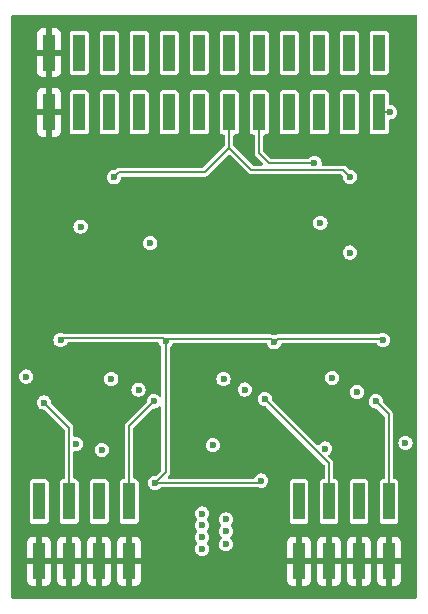
<source format=gbr>
%TF.GenerationSoftware,KiCad,Pcbnew,8.0.3-8.0.3-0~ubuntu22.04.1*%
%TF.CreationDate,2024-07-15T21:37:04+02:00*%
%TF.ProjectId,MT2AO8,4d543241-4f38-42e6-9b69-6361645f7063,rev?*%
%TF.SameCoordinates,Original*%
%TF.FileFunction,Copper,L4,Bot*%
%TF.FilePolarity,Positive*%
%FSLAX46Y46*%
G04 Gerber Fmt 4.6, Leading zero omitted, Abs format (unit mm)*
G04 Created by KiCad (PCBNEW 8.0.3-8.0.3-0~ubuntu22.04.1) date 2024-07-15 21:37:04*
%MOMM*%
%LPD*%
G01*
G04 APERTURE LIST*
%TA.AperFunction,SMDPad,CuDef*%
%ADD10R,1.000000X3.150000*%
%TD*%
%TA.AperFunction,ViaPad*%
%ADD11C,0.600000*%
%TD*%
%TA.AperFunction,Conductor*%
%ADD12C,0.200000*%
%TD*%
%TA.AperFunction,Conductor*%
%ADD13C,0.127000*%
%TD*%
G04 APERTURE END LIST*
D10*
%TO.P,J3,1,Pin_1*%
%TO.N,AO_CH4+*%
X158190000Y-112975000D03*
%TO.P,J3,2,Pin_2*%
%TO.N,GND*%
X158190000Y-118025000D03*
%TO.P,J3,3,Pin_3*%
%TO.N,AO_CH5+*%
X160730000Y-112975000D03*
%TO.P,J3,4,Pin_4*%
%TO.N,GND*%
X160730000Y-118025000D03*
%TO.P,J3,5,Pin_5*%
%TO.N,AO_CH6+*%
X163270000Y-112975000D03*
%TO.P,J3,6,Pin_6*%
%TO.N,GND*%
X163270000Y-118025000D03*
%TO.P,J3,7,Pin_7*%
%TO.N,AO_CH7+*%
X165810000Y-112975000D03*
%TO.P,J3,8,Pin_8*%
%TO.N,GND*%
X165810000Y-118025000D03*
%TD*%
%TO.P,J1,1,Pin_1*%
%TO.N,+5V*%
X164970000Y-80025000D03*
%TO.P,J1,2,Pin_2*%
%TO.N,+12V*%
X164970000Y-74975000D03*
%TO.P,J1,3,Pin_3*%
%TO.N,+3V3*%
X162430000Y-80025000D03*
%TO.P,J1,4,Pin_4*%
%TO.N,-12V*%
X162430000Y-74975000D03*
%TO.P,J1,5,Pin_5*%
%TO.N,RX_DAC0*%
X159890000Y-80025000D03*
%TO.P,J1,6,Pin_6*%
%TO.N,RX_DAC1*%
X159890000Y-74975000D03*
%TO.P,J1,7,Pin_7*%
%TO.N,unconnected-(J1-Pin_7-Pad7)*%
X157350000Y-80025000D03*
%TO.P,J1,8,Pin_8*%
%TO.N,unconnected-(J1-Pin_8-Pad8)*%
X157350000Y-74975000D03*
%TO.P,J1,9,Pin_9*%
%TO.N,CS_DAC*%
X154810000Y-80025000D03*
%TO.P,J1,10,Pin_10*%
%TO.N,unconnected-(J1-Pin_10-Pad10)*%
X154810000Y-74975000D03*
%TO.P,J1,11,Pin_11*%
%TO.N,CLK_DAC*%
X152270000Y-80025000D03*
%TO.P,J1,12,Pin_12*%
%TO.N,unconnected-(J1-Pin_12-Pad12)*%
X152270000Y-74975000D03*
%TO.P,J1,13,Pin_13*%
%TO.N,unconnected-(J1-Pin_13-Pad13)*%
X149730000Y-80025000D03*
%TO.P,J1,14,Pin_14*%
%TO.N,unconnected-(J1-Pin_14-Pad14)*%
X149730000Y-74975000D03*
%TO.P,J1,15,Pin_15*%
%TO.N,unconnected-(J1-Pin_15-Pad15)*%
X147190000Y-80025000D03*
%TO.P,J1,16,Pin_16*%
%TO.N,unconnected-(J1-Pin_16-Pad16)*%
X147190000Y-74975000D03*
%TO.P,J1,17,Pin_17*%
%TO.N,unconnected-(J1-Pin_17-Pad17)*%
X144650000Y-80025000D03*
%TO.P,J1,18,Pin_18*%
%TO.N,unconnected-(J1-Pin_18-Pad18)*%
X144650000Y-74975000D03*
%TO.P,J1,19,Pin_19*%
%TO.N,unconnected-(J1-Pin_19-Pad19)*%
X142110000Y-80025000D03*
%TO.P,J1,20,Pin_20*%
%TO.N,unconnected-(J1-Pin_20-Pad20)*%
X142110000Y-74975000D03*
%TO.P,J1,21,Pin_21*%
%TO.N,unconnected-(J1-Pin_21-Pad21)*%
X139570000Y-80025000D03*
%TO.P,J1,22,Pin_22*%
%TO.N,unconnected-(J1-Pin_22-Pad22)*%
X139570000Y-74975000D03*
%TO.P,J1,23,Pin_23*%
%TO.N,GND*%
X137030000Y-80025000D03*
%TO.P,J1,24,Pin_24*%
X137030000Y-74975000D03*
%TD*%
%TO.P,J2,1,Pin_1*%
%TO.N,AO_CH0+*%
X136190000Y-112975000D03*
%TO.P,J2,2,Pin_2*%
%TO.N,GND*%
X136190000Y-118025000D03*
%TO.P,J2,3,Pin_3*%
%TO.N,AO_CH1+*%
X138730000Y-112975000D03*
%TO.P,J2,4,Pin_4*%
%TO.N,GND*%
X138730000Y-118025000D03*
%TO.P,J2,5,Pin_5*%
%TO.N,AO_CH2+*%
X141270000Y-112975000D03*
%TO.P,J2,6,Pin_6*%
%TO.N,GND*%
X141270000Y-118025000D03*
%TO.P,J2,7,Pin_7*%
%TO.N,AO_CH3+*%
X143810000Y-112975000D03*
%TO.P,J2,8,Pin_8*%
%TO.N,GND*%
X143810000Y-118025000D03*
%TD*%
D11*
%TO.N,*%
X152000000Y-115500000D03*
X150000000Y-114000000D03*
X150000000Y-115000000D03*
X152000000Y-114500000D03*
X150000000Y-116000000D03*
X152000000Y-116600000D03*
X150000000Y-117000000D03*
%TO.N,+5V*%
X165900000Y-80025000D03*
%TO.N,GND*%
X143000000Y-97200000D03*
X136700000Y-95500000D03*
X138900000Y-77600000D03*
X142600000Y-111300000D03*
X160700000Y-97100000D03*
X136700000Y-93500000D03*
X136700000Y-94500000D03*
X158490000Y-97100000D03*
X138900000Y-99700000D03*
X157200000Y-98000000D03*
X143900000Y-119000000D03*
X148000000Y-100000000D03*
X138600000Y-97400000D03*
X140800000Y-97300000D03*
X163000000Y-97100000D03*
X157200000Y-97100000D03*
%TO.N,+12V*%
X142300000Y-102600000D03*
X161000000Y-102500000D03*
X163100000Y-103700000D03*
X153600000Y-103500000D03*
X144600000Y-103500000D03*
X151800000Y-102600000D03*
X135100000Y-102400000D03*
X164900000Y-76100000D03*
X164900000Y-73900000D03*
%TO.N,+3V3*%
X162500000Y-91900000D03*
X145600000Y-91100000D03*
X162400000Y-81100000D03*
X139700000Y-89700000D03*
X160000000Y-89400000D03*
%TO.N,-12V*%
X150900000Y-108200000D03*
X162300000Y-75700000D03*
X141500000Y-108600000D03*
X162400000Y-73700000D03*
X139300000Y-108100000D03*
X167200000Y-108000000D03*
X160400000Y-108500000D03*
%TO.N,VREF_DAC*%
X165300000Y-99300000D03*
X146900000Y-99400000D03*
X146000000Y-111400000D03*
X138000000Y-99300000D03*
X154993455Y-111206545D03*
X156100000Y-99500000D03*
%TO.N,AO_CH0+*%
X136190000Y-112975000D03*
%TO.N,AO_CH1+*%
X136600000Y-104600000D03*
%TO.N,AO_CH2+*%
X141270000Y-112975000D03*
%TO.N,AO_CH3+*%
X145900000Y-104500000D03*
%TO.N,RX_DAC0*%
X159890000Y-80025000D03*
%TO.N,CS_DAC*%
X159500000Y-84336500D03*
X154810000Y-80025000D03*
%TO.N,RX_DAC1*%
X159890000Y-74975000D03*
%TO.N,CLK_DAC*%
X162500000Y-85480000D03*
X142500000Y-85530000D03*
%TO.N,AO_CH6+*%
X163270000Y-112975000D03*
%TO.N,AO_CH5+*%
X155300000Y-104300000D03*
%TO.N,AO_CH7+*%
X164700000Y-104500000D03*
%TO.N,AO_CH4+*%
X158190000Y-112975000D03*
%TD*%
D12*
%TO.N,+5V*%
X164970000Y-80025000D02*
X165900000Y-80025000D01*
D13*
%TO.N,VREF_DAC*%
X146000000Y-111400000D02*
X154800000Y-111400000D01*
X147100000Y-99200000D02*
X146900000Y-99400000D01*
X146900000Y-110500000D02*
X146000000Y-111400000D01*
X154800000Y-111400000D02*
X154993455Y-111206545D01*
X146900000Y-99400000D02*
X146900000Y-110500000D01*
X138163500Y-99136500D02*
X146636500Y-99136500D01*
X165200000Y-99200000D02*
X156400000Y-99200000D01*
X156400000Y-99200000D02*
X156100000Y-99500000D01*
X138000000Y-99300000D02*
X138163500Y-99136500D01*
X146636500Y-99136500D02*
X146900000Y-99400000D01*
X156100000Y-99500000D02*
X155800000Y-99200000D01*
X165300000Y-99300000D02*
X165200000Y-99200000D01*
X155800000Y-99200000D02*
X147100000Y-99200000D01*
%TO.N,AO_CH1+*%
X138730000Y-106730000D02*
X138730000Y-112975000D01*
X136600000Y-104600000D02*
X138730000Y-106730000D01*
%TO.N,AO_CH3+*%
X145900000Y-104500000D02*
X143810000Y-106590000D01*
X143810000Y-106590000D02*
X143810000Y-112975000D01*
%TO.N,CS_DAC*%
X155636500Y-84336500D02*
X154810000Y-83510000D01*
X159500000Y-84336500D02*
X155636500Y-84336500D01*
X154810000Y-83510000D02*
X154810000Y-80025000D01*
%TO.N,CLK_DAC*%
X142930000Y-85100000D02*
X142500000Y-85530000D01*
X154140000Y-84900000D02*
X161920000Y-84900000D01*
X150200000Y-85100000D02*
X142930000Y-85100000D01*
X152270000Y-80025000D02*
X152270000Y-83030000D01*
X152270000Y-83030000D02*
X150200000Y-85100000D01*
X152270000Y-83030000D02*
X154140000Y-84900000D01*
X161920000Y-84900000D02*
X162500000Y-85480000D01*
%TO.N,AO_CH5+*%
X160730000Y-109730000D02*
X160730000Y-112975000D01*
X155300000Y-104300000D02*
X160730000Y-109730000D01*
%TO.N,AO_CH7+*%
X165810000Y-105610000D02*
X165810000Y-112975000D01*
X164700000Y-104500000D02*
X165810000Y-105610000D01*
%TD*%
%TA.AperFunction,Conductor*%
%TO.N,GND*%
G36*
X168142539Y-71820185D02*
G01*
X168188294Y-71872989D01*
X168199500Y-71924500D01*
X168199500Y-121075500D01*
X168179815Y-121142539D01*
X168127011Y-121188294D01*
X168075500Y-121199500D01*
X133924500Y-121199500D01*
X133857461Y-121179815D01*
X133811706Y-121127011D01*
X133800500Y-121075500D01*
X133800500Y-119647844D01*
X135190000Y-119647844D01*
X135196401Y-119707372D01*
X135196403Y-119707379D01*
X135246645Y-119842086D01*
X135246649Y-119842093D01*
X135332809Y-119957187D01*
X135332812Y-119957190D01*
X135447906Y-120043350D01*
X135447913Y-120043354D01*
X135582620Y-120093596D01*
X135582627Y-120093598D01*
X135642155Y-120099999D01*
X135642172Y-120100000D01*
X135940000Y-120100000D01*
X136440000Y-120100000D01*
X136737828Y-120100000D01*
X136737844Y-120099999D01*
X136797372Y-120093598D01*
X136797379Y-120093596D01*
X136932086Y-120043354D01*
X136932093Y-120043350D01*
X137047187Y-119957190D01*
X137047190Y-119957187D01*
X137133350Y-119842093D01*
X137133354Y-119842086D01*
X137183596Y-119707379D01*
X137183598Y-119707372D01*
X137189999Y-119647844D01*
X137730000Y-119647844D01*
X137736401Y-119707372D01*
X137736403Y-119707379D01*
X137786645Y-119842086D01*
X137786649Y-119842093D01*
X137872809Y-119957187D01*
X137872812Y-119957190D01*
X137987906Y-120043350D01*
X137987913Y-120043354D01*
X138122620Y-120093596D01*
X138122627Y-120093598D01*
X138182155Y-120099999D01*
X138182172Y-120100000D01*
X138480000Y-120100000D01*
X138980000Y-120100000D01*
X139277828Y-120100000D01*
X139277844Y-120099999D01*
X139337372Y-120093598D01*
X139337379Y-120093596D01*
X139472086Y-120043354D01*
X139472093Y-120043350D01*
X139587187Y-119957190D01*
X139587190Y-119957187D01*
X139673350Y-119842093D01*
X139673354Y-119842086D01*
X139723596Y-119707379D01*
X139723598Y-119707372D01*
X139729999Y-119647844D01*
X140270000Y-119647844D01*
X140276401Y-119707372D01*
X140276403Y-119707379D01*
X140326645Y-119842086D01*
X140326649Y-119842093D01*
X140412809Y-119957187D01*
X140412812Y-119957190D01*
X140527906Y-120043350D01*
X140527913Y-120043354D01*
X140662620Y-120093596D01*
X140662627Y-120093598D01*
X140722155Y-120099999D01*
X140722172Y-120100000D01*
X141020000Y-120100000D01*
X141520000Y-120100000D01*
X141817828Y-120100000D01*
X141817844Y-120099999D01*
X141877372Y-120093598D01*
X141877379Y-120093596D01*
X142012086Y-120043354D01*
X142012093Y-120043350D01*
X142127187Y-119957190D01*
X142127190Y-119957187D01*
X142213350Y-119842093D01*
X142213354Y-119842086D01*
X142263596Y-119707379D01*
X142263598Y-119707372D01*
X142269999Y-119647844D01*
X142810000Y-119647844D01*
X142816401Y-119707372D01*
X142816403Y-119707379D01*
X142866645Y-119842086D01*
X142866649Y-119842093D01*
X142952809Y-119957187D01*
X142952812Y-119957190D01*
X143067906Y-120043350D01*
X143067913Y-120043354D01*
X143202620Y-120093596D01*
X143202627Y-120093598D01*
X143262155Y-120099999D01*
X143262172Y-120100000D01*
X143560000Y-120100000D01*
X144060000Y-120100000D01*
X144357828Y-120100000D01*
X144357844Y-120099999D01*
X144417372Y-120093598D01*
X144417379Y-120093596D01*
X144552086Y-120043354D01*
X144552093Y-120043350D01*
X144667187Y-119957190D01*
X144667190Y-119957187D01*
X144753350Y-119842093D01*
X144753354Y-119842086D01*
X144803596Y-119707379D01*
X144803598Y-119707372D01*
X144809999Y-119647844D01*
X157190000Y-119647844D01*
X157196401Y-119707372D01*
X157196403Y-119707379D01*
X157246645Y-119842086D01*
X157246649Y-119842093D01*
X157332809Y-119957187D01*
X157332812Y-119957190D01*
X157447906Y-120043350D01*
X157447913Y-120043354D01*
X157582620Y-120093596D01*
X157582627Y-120093598D01*
X157642155Y-120099999D01*
X157642172Y-120100000D01*
X157940000Y-120100000D01*
X158440000Y-120100000D01*
X158737828Y-120100000D01*
X158737844Y-120099999D01*
X158797372Y-120093598D01*
X158797379Y-120093596D01*
X158932086Y-120043354D01*
X158932093Y-120043350D01*
X159047187Y-119957190D01*
X159047190Y-119957187D01*
X159133350Y-119842093D01*
X159133354Y-119842086D01*
X159183596Y-119707379D01*
X159183598Y-119707372D01*
X159189999Y-119647844D01*
X159730000Y-119647844D01*
X159736401Y-119707372D01*
X159736403Y-119707379D01*
X159786645Y-119842086D01*
X159786649Y-119842093D01*
X159872809Y-119957187D01*
X159872812Y-119957190D01*
X159987906Y-120043350D01*
X159987913Y-120043354D01*
X160122620Y-120093596D01*
X160122627Y-120093598D01*
X160182155Y-120099999D01*
X160182172Y-120100000D01*
X160480000Y-120100000D01*
X160980000Y-120100000D01*
X161277828Y-120100000D01*
X161277844Y-120099999D01*
X161337372Y-120093598D01*
X161337379Y-120093596D01*
X161472086Y-120043354D01*
X161472093Y-120043350D01*
X161587187Y-119957190D01*
X161587190Y-119957187D01*
X161673350Y-119842093D01*
X161673354Y-119842086D01*
X161723596Y-119707379D01*
X161723598Y-119707372D01*
X161729999Y-119647844D01*
X162270000Y-119647844D01*
X162276401Y-119707372D01*
X162276403Y-119707379D01*
X162326645Y-119842086D01*
X162326649Y-119842093D01*
X162412809Y-119957187D01*
X162412812Y-119957190D01*
X162527906Y-120043350D01*
X162527913Y-120043354D01*
X162662620Y-120093596D01*
X162662627Y-120093598D01*
X162722155Y-120099999D01*
X162722172Y-120100000D01*
X163020000Y-120100000D01*
X163520000Y-120100000D01*
X163817828Y-120100000D01*
X163817844Y-120099999D01*
X163877372Y-120093598D01*
X163877379Y-120093596D01*
X164012086Y-120043354D01*
X164012093Y-120043350D01*
X164127187Y-119957190D01*
X164127190Y-119957187D01*
X164213350Y-119842093D01*
X164213354Y-119842086D01*
X164263596Y-119707379D01*
X164263598Y-119707372D01*
X164269999Y-119647844D01*
X164810000Y-119647844D01*
X164816401Y-119707372D01*
X164816403Y-119707379D01*
X164866645Y-119842086D01*
X164866649Y-119842093D01*
X164952809Y-119957187D01*
X164952812Y-119957190D01*
X165067906Y-120043350D01*
X165067913Y-120043354D01*
X165202620Y-120093596D01*
X165202627Y-120093598D01*
X165262155Y-120099999D01*
X165262172Y-120100000D01*
X165560000Y-120100000D01*
X166060000Y-120100000D01*
X166357828Y-120100000D01*
X166357844Y-120099999D01*
X166417372Y-120093598D01*
X166417379Y-120093596D01*
X166552086Y-120043354D01*
X166552093Y-120043350D01*
X166667187Y-119957190D01*
X166667190Y-119957187D01*
X166753350Y-119842093D01*
X166753354Y-119842086D01*
X166803596Y-119707379D01*
X166803598Y-119707372D01*
X166809999Y-119647844D01*
X166810000Y-119647827D01*
X166810000Y-118275000D01*
X166060000Y-118275000D01*
X166060000Y-120100000D01*
X165560000Y-120100000D01*
X165560000Y-118275000D01*
X164810000Y-118275000D01*
X164810000Y-119647844D01*
X164269999Y-119647844D01*
X164270000Y-119647827D01*
X164270000Y-118275000D01*
X163520000Y-118275000D01*
X163520000Y-120100000D01*
X163020000Y-120100000D01*
X163020000Y-118275000D01*
X162270000Y-118275000D01*
X162270000Y-119647844D01*
X161729999Y-119647844D01*
X161730000Y-119647827D01*
X161730000Y-118275000D01*
X160980000Y-118275000D01*
X160980000Y-120100000D01*
X160480000Y-120100000D01*
X160480000Y-118275000D01*
X159730000Y-118275000D01*
X159730000Y-119647844D01*
X159189999Y-119647844D01*
X159190000Y-119647827D01*
X159190000Y-118275000D01*
X158440000Y-118275000D01*
X158440000Y-120100000D01*
X157940000Y-120100000D01*
X157940000Y-118275000D01*
X157190000Y-118275000D01*
X157190000Y-119647844D01*
X144809999Y-119647844D01*
X144810000Y-119647827D01*
X144810000Y-118275000D01*
X144060000Y-118275000D01*
X144060000Y-120100000D01*
X143560000Y-120100000D01*
X143560000Y-118275000D01*
X142810000Y-118275000D01*
X142810000Y-119647844D01*
X142269999Y-119647844D01*
X142270000Y-119647827D01*
X142270000Y-118275000D01*
X141520000Y-118275000D01*
X141520000Y-120100000D01*
X141020000Y-120100000D01*
X141020000Y-118275000D01*
X140270000Y-118275000D01*
X140270000Y-119647844D01*
X139729999Y-119647844D01*
X139730000Y-119647827D01*
X139730000Y-118275000D01*
X138980000Y-118275000D01*
X138980000Y-120100000D01*
X138480000Y-120100000D01*
X138480000Y-118275000D01*
X137730000Y-118275000D01*
X137730000Y-119647844D01*
X137189999Y-119647844D01*
X137190000Y-119647827D01*
X137190000Y-118275000D01*
X136440000Y-118275000D01*
X136440000Y-120100000D01*
X135940000Y-120100000D01*
X135940000Y-118275000D01*
X135190000Y-118275000D01*
X135190000Y-119647844D01*
X133800500Y-119647844D01*
X133800500Y-116402155D01*
X135190000Y-116402155D01*
X135190000Y-117775000D01*
X135940000Y-117775000D01*
X136440000Y-117775000D01*
X137190000Y-117775000D01*
X137190000Y-116402172D01*
X137189999Y-116402155D01*
X137730000Y-116402155D01*
X137730000Y-117775000D01*
X138480000Y-117775000D01*
X138980000Y-117775000D01*
X139730000Y-117775000D01*
X139730000Y-116402172D01*
X139729999Y-116402155D01*
X140270000Y-116402155D01*
X140270000Y-117775000D01*
X141020000Y-117775000D01*
X141520000Y-117775000D01*
X142270000Y-117775000D01*
X142270000Y-116402172D01*
X142269999Y-116402155D01*
X142810000Y-116402155D01*
X142810000Y-117775000D01*
X143560000Y-117775000D01*
X144060000Y-117775000D01*
X144810000Y-117775000D01*
X144810000Y-116402172D01*
X144809999Y-116402155D01*
X144803598Y-116342627D01*
X144803596Y-116342620D01*
X144753354Y-116207913D01*
X144753350Y-116207906D01*
X144667190Y-116092812D01*
X144667187Y-116092809D01*
X144552093Y-116006649D01*
X144552086Y-116006645D01*
X144417379Y-115956403D01*
X144417372Y-115956401D01*
X144357844Y-115950000D01*
X144060000Y-115950000D01*
X144060000Y-117775000D01*
X143560000Y-117775000D01*
X143560000Y-115950000D01*
X143262155Y-115950000D01*
X143202627Y-115956401D01*
X143202620Y-115956403D01*
X143067913Y-116006645D01*
X143067906Y-116006649D01*
X142952812Y-116092809D01*
X142952809Y-116092812D01*
X142866649Y-116207906D01*
X142866645Y-116207913D01*
X142816403Y-116342620D01*
X142816401Y-116342627D01*
X142810000Y-116402155D01*
X142269999Y-116402155D01*
X142263598Y-116342627D01*
X142263596Y-116342620D01*
X142213354Y-116207913D01*
X142213350Y-116207906D01*
X142127190Y-116092812D01*
X142127187Y-116092809D01*
X142012093Y-116006649D01*
X142012086Y-116006645D01*
X141877379Y-115956403D01*
X141877372Y-115956401D01*
X141817844Y-115950000D01*
X141520000Y-115950000D01*
X141520000Y-117775000D01*
X141020000Y-117775000D01*
X141020000Y-115950000D01*
X140722155Y-115950000D01*
X140662627Y-115956401D01*
X140662620Y-115956403D01*
X140527913Y-116006645D01*
X140527906Y-116006649D01*
X140412812Y-116092809D01*
X140412809Y-116092812D01*
X140326649Y-116207906D01*
X140326645Y-116207913D01*
X140276403Y-116342620D01*
X140276401Y-116342627D01*
X140270000Y-116402155D01*
X139729999Y-116402155D01*
X139723598Y-116342627D01*
X139723596Y-116342620D01*
X139673354Y-116207913D01*
X139673350Y-116207906D01*
X139587190Y-116092812D01*
X139587187Y-116092809D01*
X139472093Y-116006649D01*
X139472086Y-116006645D01*
X139337379Y-115956403D01*
X139337372Y-115956401D01*
X139277844Y-115950000D01*
X138980000Y-115950000D01*
X138980000Y-117775000D01*
X138480000Y-117775000D01*
X138480000Y-115950000D01*
X138182155Y-115950000D01*
X138122627Y-115956401D01*
X138122620Y-115956403D01*
X137987913Y-116006645D01*
X137987906Y-116006649D01*
X137872812Y-116092809D01*
X137872809Y-116092812D01*
X137786649Y-116207906D01*
X137786645Y-116207913D01*
X137736403Y-116342620D01*
X137736401Y-116342627D01*
X137730000Y-116402155D01*
X137189999Y-116402155D01*
X137183598Y-116342627D01*
X137183596Y-116342620D01*
X137133354Y-116207913D01*
X137133350Y-116207906D01*
X137047190Y-116092812D01*
X137047187Y-116092809D01*
X136932093Y-116006649D01*
X136932086Y-116006645D01*
X136797379Y-115956403D01*
X136797372Y-115956401D01*
X136737844Y-115950000D01*
X136440000Y-115950000D01*
X136440000Y-117775000D01*
X135940000Y-117775000D01*
X135940000Y-115950000D01*
X135642155Y-115950000D01*
X135582627Y-115956401D01*
X135582620Y-115956403D01*
X135447913Y-116006645D01*
X135447906Y-116006649D01*
X135332812Y-116092809D01*
X135332809Y-116092812D01*
X135246649Y-116207906D01*
X135246645Y-116207913D01*
X135196403Y-116342620D01*
X135196401Y-116342627D01*
X135190000Y-116402155D01*
X133800500Y-116402155D01*
X133800500Y-111355131D01*
X135389500Y-111355131D01*
X135389500Y-114594856D01*
X135389502Y-114594882D01*
X135392413Y-114619987D01*
X135392415Y-114619991D01*
X135437793Y-114722764D01*
X135437794Y-114722765D01*
X135517235Y-114802206D01*
X135620009Y-114847585D01*
X135645135Y-114850500D01*
X136734864Y-114850499D01*
X136734879Y-114850497D01*
X136734882Y-114850497D01*
X136759987Y-114847586D01*
X136759988Y-114847585D01*
X136759991Y-114847585D01*
X136862765Y-114802206D01*
X136942206Y-114722765D01*
X136987585Y-114619991D01*
X136990500Y-114594865D01*
X136990499Y-111355136D01*
X136990497Y-111355117D01*
X136987586Y-111330012D01*
X136987585Y-111330010D01*
X136987585Y-111330009D01*
X136942206Y-111227235D01*
X136862765Y-111147794D01*
X136862763Y-111147793D01*
X136759992Y-111102415D01*
X136734865Y-111099500D01*
X135645143Y-111099500D01*
X135645117Y-111099502D01*
X135620012Y-111102413D01*
X135620008Y-111102415D01*
X135517235Y-111147793D01*
X135437794Y-111227234D01*
X135392415Y-111330006D01*
X135392415Y-111330008D01*
X135389500Y-111355131D01*
X133800500Y-111355131D01*
X133800500Y-104599998D01*
X135994318Y-104599998D01*
X135994318Y-104600001D01*
X136014955Y-104756760D01*
X136014956Y-104756762D01*
X136073773Y-104898760D01*
X136075464Y-104902841D01*
X136171718Y-105028282D01*
X136297159Y-105124536D01*
X136443238Y-105185044D01*
X136600000Y-105205682D01*
X136619704Y-105203087D01*
X136688736Y-105213851D01*
X136723571Y-105238345D01*
X138329681Y-106844455D01*
X138363166Y-106905778D01*
X138366000Y-106932136D01*
X138366000Y-110975500D01*
X138346315Y-111042539D01*
X138293511Y-111088294D01*
X138242002Y-111099500D01*
X138185143Y-111099500D01*
X138185118Y-111099502D01*
X138160011Y-111102414D01*
X138160008Y-111102415D01*
X138057235Y-111147793D01*
X137977794Y-111227234D01*
X137932415Y-111330006D01*
X137932415Y-111330008D01*
X137929500Y-111355131D01*
X137929500Y-114594856D01*
X137929502Y-114594882D01*
X137932413Y-114619987D01*
X137932415Y-114619991D01*
X137977793Y-114722764D01*
X137977794Y-114722765D01*
X138057235Y-114802206D01*
X138160009Y-114847585D01*
X138185135Y-114850500D01*
X139274864Y-114850499D01*
X139274879Y-114850497D01*
X139274882Y-114850497D01*
X139299987Y-114847586D01*
X139299988Y-114847585D01*
X139299991Y-114847585D01*
X139402765Y-114802206D01*
X139482206Y-114722765D01*
X139527585Y-114619991D01*
X139530500Y-114594865D01*
X139530499Y-111355136D01*
X139530498Y-111355131D01*
X140469500Y-111355131D01*
X140469500Y-114594856D01*
X140469502Y-114594882D01*
X140472413Y-114619987D01*
X140472415Y-114619991D01*
X140517793Y-114722764D01*
X140517794Y-114722765D01*
X140597235Y-114802206D01*
X140700009Y-114847585D01*
X140725135Y-114850500D01*
X141814864Y-114850499D01*
X141814879Y-114850497D01*
X141814882Y-114850497D01*
X141839987Y-114847586D01*
X141839988Y-114847585D01*
X141839991Y-114847585D01*
X141942765Y-114802206D01*
X142022206Y-114722765D01*
X142067585Y-114619991D01*
X142070500Y-114594865D01*
X142070499Y-111355136D01*
X142070497Y-111355117D01*
X142067586Y-111330012D01*
X142067585Y-111330010D01*
X142067585Y-111330009D01*
X142022206Y-111227235D01*
X141942765Y-111147794D01*
X141942763Y-111147793D01*
X141839992Y-111102415D01*
X141814865Y-111099500D01*
X140725143Y-111099500D01*
X140725117Y-111099502D01*
X140700012Y-111102413D01*
X140700008Y-111102415D01*
X140597235Y-111147793D01*
X140517794Y-111227234D01*
X140472415Y-111330006D01*
X140472415Y-111330008D01*
X140469500Y-111355131D01*
X139530498Y-111355131D01*
X139530497Y-111355117D01*
X139527586Y-111330012D01*
X139527585Y-111330010D01*
X139527585Y-111330009D01*
X139482206Y-111227235D01*
X139402765Y-111147794D01*
X139402763Y-111147793D01*
X139299992Y-111102415D01*
X139274868Y-111099500D01*
X139274865Y-111099500D01*
X139218000Y-111099500D01*
X139150961Y-111079815D01*
X139105206Y-111027011D01*
X139094000Y-110975500D01*
X139094000Y-108819956D01*
X139113685Y-108752917D01*
X139166489Y-108707162D01*
X139234184Y-108697017D01*
X139300000Y-108705682D01*
X139300001Y-108705682D01*
X139352254Y-108698802D01*
X139456762Y-108685044D01*
X139602841Y-108624536D01*
X139634820Y-108599998D01*
X140894318Y-108599998D01*
X140894318Y-108600001D01*
X140914955Y-108756760D01*
X140914956Y-108756762D01*
X140975464Y-108902841D01*
X141071718Y-109028282D01*
X141197159Y-109124536D01*
X141343238Y-109185044D01*
X141421619Y-109195363D01*
X141499999Y-109205682D01*
X141500000Y-109205682D01*
X141500001Y-109205682D01*
X141552254Y-109198802D01*
X141656762Y-109185044D01*
X141802841Y-109124536D01*
X141928282Y-109028282D01*
X142024536Y-108902841D01*
X142085044Y-108756762D01*
X142105682Y-108600000D01*
X142085044Y-108443238D01*
X142024536Y-108297159D01*
X141928282Y-108171718D01*
X141802841Y-108075464D01*
X141793802Y-108071720D01*
X141656762Y-108014956D01*
X141656760Y-108014955D01*
X141500001Y-107994318D01*
X141499999Y-107994318D01*
X141343239Y-108014955D01*
X141343237Y-108014956D01*
X141197160Y-108075463D01*
X141071718Y-108171718D01*
X140975463Y-108297160D01*
X140914956Y-108443237D01*
X140914955Y-108443239D01*
X140894318Y-108599998D01*
X139634820Y-108599998D01*
X139728282Y-108528282D01*
X139824536Y-108402841D01*
X139885044Y-108256762D01*
X139905682Y-108100000D01*
X139885044Y-107943238D01*
X139824536Y-107797159D01*
X139728282Y-107671718D01*
X139602841Y-107575464D01*
X139593797Y-107571718D01*
X139456762Y-107514956D01*
X139456760Y-107514955D01*
X139300001Y-107494318D01*
X139299997Y-107494318D01*
X139234184Y-107502982D01*
X139165149Y-107492216D01*
X139112894Y-107445836D01*
X139094000Y-107380043D01*
X139094000Y-106682080D01*
X139094000Y-106682078D01*
X139069194Y-106589501D01*
X139021273Y-106506499D01*
X138953501Y-106438727D01*
X137238345Y-104723571D01*
X137204860Y-104662248D01*
X137203087Y-104619708D01*
X137205682Y-104600000D01*
X137185044Y-104443238D01*
X137124536Y-104297159D01*
X137028282Y-104171718D01*
X136902841Y-104075464D01*
X136899282Y-104073990D01*
X136756762Y-104014956D01*
X136756760Y-104014955D01*
X136600001Y-103994318D01*
X136599999Y-103994318D01*
X136443239Y-104014955D01*
X136443237Y-104014956D01*
X136297160Y-104075463D01*
X136171718Y-104171718D01*
X136075463Y-104297160D01*
X136014956Y-104443237D01*
X136014955Y-104443239D01*
X135994318Y-104599998D01*
X133800500Y-104599998D01*
X133800500Y-103499998D01*
X143994318Y-103499998D01*
X143994318Y-103500001D01*
X144014955Y-103656760D01*
X144014956Y-103656762D01*
X144075464Y-103802841D01*
X144171718Y-103928282D01*
X144297159Y-104024536D01*
X144443238Y-104085044D01*
X144521619Y-104095363D01*
X144599999Y-104105682D01*
X144600000Y-104105682D01*
X144600001Y-104105682D01*
X144652254Y-104098802D01*
X144756762Y-104085044D01*
X144902841Y-104024536D01*
X145028282Y-103928282D01*
X145124536Y-103802841D01*
X145185044Y-103656762D01*
X145205682Y-103500000D01*
X145185044Y-103343238D01*
X145124536Y-103197159D01*
X145028282Y-103071718D01*
X144902841Y-102975464D01*
X144756762Y-102914956D01*
X144756760Y-102914955D01*
X144600001Y-102894318D01*
X144599999Y-102894318D01*
X144443239Y-102914955D01*
X144443237Y-102914956D01*
X144297160Y-102975463D01*
X144171718Y-103071718D01*
X144075463Y-103197160D01*
X144014956Y-103343237D01*
X144014955Y-103343239D01*
X143994318Y-103499998D01*
X133800500Y-103499998D01*
X133800500Y-102399998D01*
X134494318Y-102399998D01*
X134494318Y-102400001D01*
X134514955Y-102556760D01*
X134514956Y-102556762D01*
X134556376Y-102656760D01*
X134575464Y-102702841D01*
X134671718Y-102828282D01*
X134797159Y-102924536D01*
X134943238Y-102985044D01*
X135021619Y-102995363D01*
X135099999Y-103005682D01*
X135100000Y-103005682D01*
X135100001Y-103005682D01*
X135152254Y-102998802D01*
X135256762Y-102985044D01*
X135402841Y-102924536D01*
X135528282Y-102828282D01*
X135624536Y-102702841D01*
X135667135Y-102599998D01*
X141694318Y-102599998D01*
X141694318Y-102600001D01*
X141714955Y-102756760D01*
X141714956Y-102756762D01*
X141771933Y-102894318D01*
X141775464Y-102902841D01*
X141871718Y-103028282D01*
X141997159Y-103124536D01*
X142143238Y-103185044D01*
X142221619Y-103195363D01*
X142299999Y-103205682D01*
X142300000Y-103205682D01*
X142300001Y-103205682D01*
X142364739Y-103197159D01*
X142456762Y-103185044D01*
X142602841Y-103124536D01*
X142728282Y-103028282D01*
X142824536Y-102902841D01*
X142885044Y-102756762D01*
X142905682Y-102600000D01*
X142899989Y-102556760D01*
X142885044Y-102443239D01*
X142885044Y-102443238D01*
X142824536Y-102297159D01*
X142728282Y-102171718D01*
X142602841Y-102075464D01*
X142593797Y-102071718D01*
X142456762Y-102014956D01*
X142456760Y-102014955D01*
X142300001Y-101994318D01*
X142299999Y-101994318D01*
X142143239Y-102014955D01*
X142143237Y-102014956D01*
X141997160Y-102075463D01*
X141871718Y-102171718D01*
X141775463Y-102297160D01*
X141714956Y-102443237D01*
X141714955Y-102443239D01*
X141694318Y-102599998D01*
X135667135Y-102599998D01*
X135685044Y-102556762D01*
X135705682Y-102400000D01*
X135685044Y-102243238D01*
X135624536Y-102097159D01*
X135528282Y-101971718D01*
X135402841Y-101875464D01*
X135256762Y-101814956D01*
X135256760Y-101814955D01*
X135100001Y-101794318D01*
X135099999Y-101794318D01*
X134943239Y-101814955D01*
X134943237Y-101814956D01*
X134797160Y-101875463D01*
X134671718Y-101971718D01*
X134575463Y-102097160D01*
X134514956Y-102243237D01*
X134514955Y-102243239D01*
X134494318Y-102399998D01*
X133800500Y-102399998D01*
X133800500Y-99299998D01*
X137394318Y-99299998D01*
X137394318Y-99300001D01*
X137414955Y-99456760D01*
X137414956Y-99456762D01*
X137459375Y-99564000D01*
X137475464Y-99602841D01*
X137571718Y-99728282D01*
X137697159Y-99824536D01*
X137843238Y-99885044D01*
X137921619Y-99895363D01*
X137999999Y-99905682D01*
X138000000Y-99905682D01*
X138000001Y-99905682D01*
X138067428Y-99896805D01*
X138156762Y-99885044D01*
X138302841Y-99824536D01*
X138428282Y-99728282D01*
X138524536Y-99602841D01*
X138535220Y-99577048D01*
X138579061Y-99522644D01*
X138645355Y-99500579D01*
X138649781Y-99500500D01*
X146208798Y-99500500D01*
X146275837Y-99520185D01*
X146321592Y-99572989D01*
X146323353Y-99577036D01*
X146331310Y-99596244D01*
X146375462Y-99702838D01*
X146375463Y-99702840D01*
X146375464Y-99702841D01*
X146471718Y-99828282D01*
X146487486Y-99840381D01*
X146528688Y-99896805D01*
X146536000Y-99938756D01*
X146536000Y-103980074D01*
X146516315Y-104047113D01*
X146463511Y-104092868D01*
X146394353Y-104102812D01*
X146335344Y-104075863D01*
X146334729Y-104076666D01*
X146331241Y-104073990D01*
X146330797Y-104073787D01*
X146329953Y-104073001D01*
X146328283Y-104071719D01*
X146328282Y-104071718D01*
X146202841Y-103975464D01*
X146056762Y-103914956D01*
X146056760Y-103914955D01*
X145900001Y-103894318D01*
X145899999Y-103894318D01*
X145743239Y-103914955D01*
X145743237Y-103914956D01*
X145597160Y-103975463D01*
X145471718Y-104071718D01*
X145375463Y-104197160D01*
X145314956Y-104343237D01*
X145314955Y-104343239D01*
X145294318Y-104499998D01*
X145294318Y-104500000D01*
X145296912Y-104519710D01*
X145286143Y-104588745D01*
X145261653Y-104623571D01*
X143586499Y-106298727D01*
X143518728Y-106366497D01*
X143518724Y-106366502D01*
X143470807Y-106449498D01*
X143470807Y-106449499D01*
X143470806Y-106449501D01*
X143446000Y-106542078D01*
X143446000Y-106542080D01*
X143446000Y-110975500D01*
X143426315Y-111042539D01*
X143373511Y-111088294D01*
X143322002Y-111099500D01*
X143265143Y-111099500D01*
X143265118Y-111099502D01*
X143240011Y-111102414D01*
X143240008Y-111102415D01*
X143137235Y-111147793D01*
X143057794Y-111227234D01*
X143012415Y-111330006D01*
X143012415Y-111330008D01*
X143009500Y-111355131D01*
X143009500Y-114594856D01*
X143009502Y-114594882D01*
X143012413Y-114619987D01*
X143012415Y-114619991D01*
X143057793Y-114722764D01*
X143057794Y-114722765D01*
X143137235Y-114802206D01*
X143240009Y-114847585D01*
X143265135Y-114850500D01*
X144354864Y-114850499D01*
X144354879Y-114850497D01*
X144354882Y-114850497D01*
X144379987Y-114847586D01*
X144379988Y-114847585D01*
X144379991Y-114847585D01*
X144482765Y-114802206D01*
X144562206Y-114722765D01*
X144607585Y-114619991D01*
X144610500Y-114594865D01*
X144610500Y-113999998D01*
X149394318Y-113999998D01*
X149394318Y-114000001D01*
X149414955Y-114156760D01*
X149414956Y-114156762D01*
X149475464Y-114302842D01*
X149568826Y-114424514D01*
X149594020Y-114489683D01*
X149579981Y-114558128D01*
X149568826Y-114575486D01*
X149475464Y-114697157D01*
X149414956Y-114843237D01*
X149414955Y-114843239D01*
X149394318Y-114999998D01*
X149394318Y-115000001D01*
X149414955Y-115156760D01*
X149414956Y-115156762D01*
X149475464Y-115302842D01*
X149568826Y-115424514D01*
X149594020Y-115489683D01*
X149579981Y-115558128D01*
X149568826Y-115575486D01*
X149475464Y-115697157D01*
X149414956Y-115843237D01*
X149414955Y-115843239D01*
X149394318Y-115999998D01*
X149394318Y-116000001D01*
X149414955Y-116156760D01*
X149414956Y-116156762D01*
X149475464Y-116302842D01*
X149568826Y-116424514D01*
X149594020Y-116489683D01*
X149579981Y-116558128D01*
X149568826Y-116575486D01*
X149475464Y-116697157D01*
X149414956Y-116843237D01*
X149414955Y-116843239D01*
X149394318Y-116999998D01*
X149394318Y-117000001D01*
X149414955Y-117156760D01*
X149414956Y-117156762D01*
X149475464Y-117302841D01*
X149571718Y-117428282D01*
X149697159Y-117524536D01*
X149843238Y-117585044D01*
X149921619Y-117595363D01*
X149999999Y-117605682D01*
X150000000Y-117605682D01*
X150000001Y-117605682D01*
X150052254Y-117598802D01*
X150156762Y-117585044D01*
X150302841Y-117524536D01*
X150428282Y-117428282D01*
X150524536Y-117302841D01*
X150585044Y-117156762D01*
X150605682Y-117000000D01*
X150585044Y-116843238D01*
X150524536Y-116697159D01*
X150431171Y-116575484D01*
X150405979Y-116510317D01*
X150420017Y-116441873D01*
X150431167Y-116424521D01*
X150524536Y-116302841D01*
X150585044Y-116156762D01*
X150605682Y-116000000D01*
X150599942Y-115956403D01*
X150585044Y-115843239D01*
X150585044Y-115843238D01*
X150524536Y-115697159D01*
X150431171Y-115575484D01*
X150405979Y-115510317D01*
X150420017Y-115441873D01*
X150431167Y-115424521D01*
X150524536Y-115302841D01*
X150585044Y-115156762D01*
X150605682Y-115000000D01*
X150598029Y-114941873D01*
X150585044Y-114843239D01*
X150585044Y-114843238D01*
X150524536Y-114697159D01*
X150431171Y-114575484D01*
X150405979Y-114510317D01*
X150408095Y-114499998D01*
X151394318Y-114499998D01*
X151394318Y-114500001D01*
X151414955Y-114656760D01*
X151414956Y-114656762D01*
X151475464Y-114802842D01*
X151568826Y-114924514D01*
X151594020Y-114989683D01*
X151579981Y-115058128D01*
X151568826Y-115075486D01*
X151475464Y-115197157D01*
X151414956Y-115343237D01*
X151414955Y-115343239D01*
X151394318Y-115499998D01*
X151394318Y-115500001D01*
X151414955Y-115656760D01*
X151414956Y-115656762D01*
X151475464Y-115802841D01*
X151571718Y-115928282D01*
X151602140Y-115951625D01*
X151643341Y-116008052D01*
X151647496Y-116077798D01*
X151613283Y-116138719D01*
X151602146Y-116148369D01*
X151571719Y-116171717D01*
X151571718Y-116171718D01*
X151475463Y-116297160D01*
X151414956Y-116443237D01*
X151414955Y-116443239D01*
X151394318Y-116599998D01*
X151394318Y-116600001D01*
X151414955Y-116756760D01*
X151414956Y-116756762D01*
X151450775Y-116843238D01*
X151475464Y-116902841D01*
X151571718Y-117028282D01*
X151697159Y-117124536D01*
X151843238Y-117185044D01*
X151921619Y-117195363D01*
X151999999Y-117205682D01*
X152000000Y-117205682D01*
X152000001Y-117205682D01*
X152052254Y-117198802D01*
X152156762Y-117185044D01*
X152302841Y-117124536D01*
X152428282Y-117028282D01*
X152524536Y-116902841D01*
X152585044Y-116756762D01*
X152605682Y-116600000D01*
X152600169Y-116558128D01*
X152585044Y-116443239D01*
X152585044Y-116443238D01*
X152568027Y-116402155D01*
X157190000Y-116402155D01*
X157190000Y-117775000D01*
X157940000Y-117775000D01*
X158440000Y-117775000D01*
X159190000Y-117775000D01*
X159190000Y-116402172D01*
X159189999Y-116402155D01*
X159730000Y-116402155D01*
X159730000Y-117775000D01*
X160480000Y-117775000D01*
X160980000Y-117775000D01*
X161730000Y-117775000D01*
X161730000Y-116402172D01*
X161729999Y-116402155D01*
X162270000Y-116402155D01*
X162270000Y-117775000D01*
X163020000Y-117775000D01*
X163520000Y-117775000D01*
X164270000Y-117775000D01*
X164270000Y-116402172D01*
X164269999Y-116402155D01*
X164810000Y-116402155D01*
X164810000Y-117775000D01*
X165560000Y-117775000D01*
X166060000Y-117775000D01*
X166810000Y-117775000D01*
X166810000Y-116402172D01*
X166809999Y-116402155D01*
X166803598Y-116342627D01*
X166803596Y-116342620D01*
X166753354Y-116207913D01*
X166753350Y-116207906D01*
X166667190Y-116092812D01*
X166667187Y-116092809D01*
X166552093Y-116006649D01*
X166552086Y-116006645D01*
X166417379Y-115956403D01*
X166417372Y-115956401D01*
X166357844Y-115950000D01*
X166060000Y-115950000D01*
X166060000Y-117775000D01*
X165560000Y-117775000D01*
X165560000Y-115950000D01*
X165262155Y-115950000D01*
X165202627Y-115956401D01*
X165202620Y-115956403D01*
X165067913Y-116006645D01*
X165067906Y-116006649D01*
X164952812Y-116092809D01*
X164952809Y-116092812D01*
X164866649Y-116207906D01*
X164866645Y-116207913D01*
X164816403Y-116342620D01*
X164816401Y-116342627D01*
X164810000Y-116402155D01*
X164269999Y-116402155D01*
X164263598Y-116342627D01*
X164263596Y-116342620D01*
X164213354Y-116207913D01*
X164213350Y-116207906D01*
X164127190Y-116092812D01*
X164127187Y-116092809D01*
X164012093Y-116006649D01*
X164012086Y-116006645D01*
X163877379Y-115956403D01*
X163877372Y-115956401D01*
X163817844Y-115950000D01*
X163520000Y-115950000D01*
X163520000Y-117775000D01*
X163020000Y-117775000D01*
X163020000Y-115950000D01*
X162722155Y-115950000D01*
X162662627Y-115956401D01*
X162662620Y-115956403D01*
X162527913Y-116006645D01*
X162527906Y-116006649D01*
X162412812Y-116092809D01*
X162412809Y-116092812D01*
X162326649Y-116207906D01*
X162326645Y-116207913D01*
X162276403Y-116342620D01*
X162276401Y-116342627D01*
X162270000Y-116402155D01*
X161729999Y-116402155D01*
X161723598Y-116342627D01*
X161723596Y-116342620D01*
X161673354Y-116207913D01*
X161673350Y-116207906D01*
X161587190Y-116092812D01*
X161587187Y-116092809D01*
X161472093Y-116006649D01*
X161472086Y-116006645D01*
X161337379Y-115956403D01*
X161337372Y-115956401D01*
X161277844Y-115950000D01*
X160980000Y-115950000D01*
X160980000Y-117775000D01*
X160480000Y-117775000D01*
X160480000Y-115950000D01*
X160182155Y-115950000D01*
X160122627Y-115956401D01*
X160122620Y-115956403D01*
X159987913Y-116006645D01*
X159987906Y-116006649D01*
X159872812Y-116092809D01*
X159872809Y-116092812D01*
X159786649Y-116207906D01*
X159786645Y-116207913D01*
X159736403Y-116342620D01*
X159736401Y-116342627D01*
X159730000Y-116402155D01*
X159189999Y-116402155D01*
X159183598Y-116342627D01*
X159183596Y-116342620D01*
X159133354Y-116207913D01*
X159133350Y-116207906D01*
X159047190Y-116092812D01*
X159047187Y-116092809D01*
X158932093Y-116006649D01*
X158932086Y-116006645D01*
X158797379Y-115956403D01*
X158797372Y-115956401D01*
X158737844Y-115950000D01*
X158440000Y-115950000D01*
X158440000Y-117775000D01*
X157940000Y-117775000D01*
X157940000Y-115950000D01*
X157642155Y-115950000D01*
X157582627Y-115956401D01*
X157582620Y-115956403D01*
X157447913Y-116006645D01*
X157447906Y-116006649D01*
X157332812Y-116092809D01*
X157332809Y-116092812D01*
X157246649Y-116207906D01*
X157246645Y-116207913D01*
X157196403Y-116342620D01*
X157196401Y-116342627D01*
X157190000Y-116402155D01*
X152568027Y-116402155D01*
X152524536Y-116297159D01*
X152428282Y-116171718D01*
X152397860Y-116148374D01*
X152356658Y-116091949D01*
X152352503Y-116022203D01*
X152386714Y-115961282D01*
X152397851Y-115951631D01*
X152428282Y-115928282D01*
X152524536Y-115802841D01*
X152585044Y-115656762D01*
X152605682Y-115500000D01*
X152598029Y-115441873D01*
X152585044Y-115343239D01*
X152585044Y-115343238D01*
X152524536Y-115197159D01*
X152431171Y-115075484D01*
X152405979Y-115010317D01*
X152420017Y-114941873D01*
X152431167Y-114924521D01*
X152524536Y-114802841D01*
X152585044Y-114656762D01*
X152605682Y-114500000D01*
X152598029Y-114441873D01*
X152585044Y-114343239D01*
X152585044Y-114343238D01*
X152524536Y-114197159D01*
X152428282Y-114071718D01*
X152302841Y-113975464D01*
X152156762Y-113914956D01*
X152156760Y-113914955D01*
X152000001Y-113894318D01*
X151999999Y-113894318D01*
X151843239Y-113914955D01*
X151843237Y-113914956D01*
X151697160Y-113975463D01*
X151571718Y-114071718D01*
X151475463Y-114197160D01*
X151414956Y-114343237D01*
X151414955Y-114343239D01*
X151394318Y-114499998D01*
X150408095Y-114499998D01*
X150420017Y-114441873D01*
X150431167Y-114424521D01*
X150524536Y-114302841D01*
X150585044Y-114156762D01*
X150605682Y-114000000D01*
X150585044Y-113843238D01*
X150524536Y-113697159D01*
X150428282Y-113571718D01*
X150302841Y-113475464D01*
X150156762Y-113414956D01*
X150156760Y-113414955D01*
X150000001Y-113394318D01*
X149999999Y-113394318D01*
X149843239Y-113414955D01*
X149843237Y-113414956D01*
X149697160Y-113475463D01*
X149571718Y-113571718D01*
X149475463Y-113697160D01*
X149414956Y-113843237D01*
X149414955Y-113843239D01*
X149394318Y-113999998D01*
X144610500Y-113999998D01*
X144610499Y-111355136D01*
X144610497Y-111355117D01*
X144607586Y-111330012D01*
X144607585Y-111330010D01*
X144607585Y-111330009D01*
X144562206Y-111227235D01*
X144482765Y-111147794D01*
X144482763Y-111147793D01*
X144379992Y-111102415D01*
X144354868Y-111099500D01*
X144354865Y-111099500D01*
X144298000Y-111099500D01*
X144230961Y-111079815D01*
X144185206Y-111027011D01*
X144174000Y-110975500D01*
X144174000Y-106792135D01*
X144193685Y-106725096D01*
X144210314Y-106704459D01*
X145776429Y-105138343D01*
X145837750Y-105104860D01*
X145880290Y-105103087D01*
X145900000Y-105105682D01*
X146056762Y-105085044D01*
X146202841Y-105024536D01*
X146328282Y-104928282D01*
X146328284Y-104928279D01*
X146334729Y-104923334D01*
X146336473Y-104925607D01*
X146385642Y-104898760D01*
X146455334Y-104903744D01*
X146511267Y-104945616D01*
X146535684Y-105011080D01*
X146536000Y-105019926D01*
X146536000Y-110297863D01*
X146516315Y-110364902D01*
X146499681Y-110385544D01*
X146123571Y-110761653D01*
X146062248Y-110795138D01*
X146019710Y-110796912D01*
X146000000Y-110794318D01*
X145999998Y-110794318D01*
X145843239Y-110814955D01*
X145843237Y-110814956D01*
X145697160Y-110875463D01*
X145571718Y-110971718D01*
X145475463Y-111097160D01*
X145414956Y-111243237D01*
X145414955Y-111243239D01*
X145394318Y-111399998D01*
X145394318Y-111400001D01*
X145414955Y-111556760D01*
X145414956Y-111556762D01*
X145475464Y-111702841D01*
X145571718Y-111828282D01*
X145697159Y-111924536D01*
X145843238Y-111985044D01*
X145921619Y-111995363D01*
X145999999Y-112005682D01*
X146000000Y-112005682D01*
X146000001Y-112005682D01*
X146052254Y-111998802D01*
X146156762Y-111985044D01*
X146302841Y-111924536D01*
X146428282Y-111828282D01*
X146440383Y-111812511D01*
X146496809Y-111771311D01*
X146538757Y-111764000D01*
X154745422Y-111764000D01*
X154792874Y-111773439D01*
X154815081Y-111782637D01*
X154836693Y-111791589D01*
X154915074Y-111801908D01*
X154993454Y-111812227D01*
X154993455Y-111812227D01*
X154993456Y-111812227D01*
X155045709Y-111805347D01*
X155150217Y-111791589D01*
X155296296Y-111731081D01*
X155421737Y-111634827D01*
X155517991Y-111509386D01*
X155578499Y-111363307D01*
X155579575Y-111355131D01*
X157389500Y-111355131D01*
X157389500Y-114594856D01*
X157389502Y-114594882D01*
X157392413Y-114619987D01*
X157392415Y-114619991D01*
X157437793Y-114722764D01*
X157437794Y-114722765D01*
X157517235Y-114802206D01*
X157620009Y-114847585D01*
X157645135Y-114850500D01*
X158734864Y-114850499D01*
X158734879Y-114850497D01*
X158734882Y-114850497D01*
X158759987Y-114847586D01*
X158759988Y-114847585D01*
X158759991Y-114847585D01*
X158862765Y-114802206D01*
X158942206Y-114722765D01*
X158987585Y-114619991D01*
X158990500Y-114594865D01*
X158990499Y-111355136D01*
X158990497Y-111355117D01*
X158987586Y-111330012D01*
X158987585Y-111330010D01*
X158987585Y-111330009D01*
X158942206Y-111227235D01*
X158862765Y-111147794D01*
X158862763Y-111147793D01*
X158759992Y-111102415D01*
X158734865Y-111099500D01*
X157645143Y-111099500D01*
X157645117Y-111099502D01*
X157620012Y-111102413D01*
X157620008Y-111102415D01*
X157517235Y-111147793D01*
X157437794Y-111227234D01*
X157392415Y-111330006D01*
X157392415Y-111330008D01*
X157389500Y-111355131D01*
X155579575Y-111355131D01*
X155599137Y-111206545D01*
X155578499Y-111049783D01*
X155517991Y-110903704D01*
X155421737Y-110778263D01*
X155296296Y-110682009D01*
X155150217Y-110621501D01*
X155150215Y-110621500D01*
X154993456Y-110600863D01*
X154993454Y-110600863D01*
X154836694Y-110621500D01*
X154836692Y-110621501D01*
X154690615Y-110682008D01*
X154565171Y-110778264D01*
X154468917Y-110903707D01*
X154468916Y-110903708D01*
X154445827Y-110959452D01*
X154401986Y-111013856D01*
X154335692Y-111035921D01*
X154331266Y-111036000D01*
X147178136Y-111036000D01*
X147111097Y-111016315D01*
X147065342Y-110963511D01*
X147055398Y-110894353D01*
X147084423Y-110830797D01*
X147090455Y-110824319D01*
X147136511Y-110778263D01*
X147191273Y-110723501D01*
X147239194Y-110640499D01*
X147264000Y-110547922D01*
X147264000Y-110452078D01*
X147264000Y-108199998D01*
X150294318Y-108199998D01*
X150294318Y-108200001D01*
X150314955Y-108356760D01*
X150314956Y-108356762D01*
X150374287Y-108500001D01*
X150375464Y-108502841D01*
X150471718Y-108628282D01*
X150597159Y-108724536D01*
X150743238Y-108785044D01*
X150821619Y-108795363D01*
X150899999Y-108805682D01*
X150900000Y-108805682D01*
X150900001Y-108805682D01*
X150952254Y-108798802D01*
X151056762Y-108785044D01*
X151202841Y-108724536D01*
X151328282Y-108628282D01*
X151424536Y-108502841D01*
X151485044Y-108356762D01*
X151505682Y-108200000D01*
X151499989Y-108156760D01*
X151485044Y-108043239D01*
X151485044Y-108043238D01*
X151424536Y-107897159D01*
X151328282Y-107771718D01*
X151202841Y-107675464D01*
X151193797Y-107671718D01*
X151056762Y-107614956D01*
X151056760Y-107614955D01*
X150900001Y-107594318D01*
X150899999Y-107594318D01*
X150743239Y-107614955D01*
X150743237Y-107614956D01*
X150597160Y-107675463D01*
X150471718Y-107771718D01*
X150375463Y-107897160D01*
X150314956Y-108043237D01*
X150314955Y-108043239D01*
X150294318Y-108199998D01*
X147264000Y-108199998D01*
X147264000Y-104299998D01*
X154694318Y-104299998D01*
X154694318Y-104300001D01*
X154714955Y-104456760D01*
X154714956Y-104456762D01*
X154774287Y-104600001D01*
X154775464Y-104602841D01*
X154871718Y-104728282D01*
X154997159Y-104824536D01*
X155143238Y-104885044D01*
X155300000Y-104905682D01*
X155319704Y-104903087D01*
X155388736Y-104913851D01*
X155423571Y-104938345D01*
X160329681Y-109844455D01*
X160363166Y-109905778D01*
X160366000Y-109932136D01*
X160366000Y-110975500D01*
X160346315Y-111042539D01*
X160293511Y-111088294D01*
X160242002Y-111099500D01*
X160185143Y-111099500D01*
X160185118Y-111099502D01*
X160160011Y-111102414D01*
X160160008Y-111102415D01*
X160057235Y-111147793D01*
X159977794Y-111227234D01*
X159932415Y-111330006D01*
X159932415Y-111330008D01*
X159929500Y-111355131D01*
X159929500Y-114594856D01*
X159929502Y-114594882D01*
X159932413Y-114619987D01*
X159932415Y-114619991D01*
X159977793Y-114722764D01*
X159977794Y-114722765D01*
X160057235Y-114802206D01*
X160160009Y-114847585D01*
X160185135Y-114850500D01*
X161274864Y-114850499D01*
X161274879Y-114850497D01*
X161274882Y-114850497D01*
X161299987Y-114847586D01*
X161299988Y-114847585D01*
X161299991Y-114847585D01*
X161402765Y-114802206D01*
X161482206Y-114722765D01*
X161527585Y-114619991D01*
X161530500Y-114594865D01*
X161530499Y-111355136D01*
X161530498Y-111355131D01*
X162469500Y-111355131D01*
X162469500Y-114594856D01*
X162469502Y-114594882D01*
X162472413Y-114619987D01*
X162472415Y-114619991D01*
X162517793Y-114722764D01*
X162517794Y-114722765D01*
X162597235Y-114802206D01*
X162700009Y-114847585D01*
X162725135Y-114850500D01*
X163814864Y-114850499D01*
X163814879Y-114850497D01*
X163814882Y-114850497D01*
X163839987Y-114847586D01*
X163839988Y-114847585D01*
X163839991Y-114847585D01*
X163942765Y-114802206D01*
X164022206Y-114722765D01*
X164067585Y-114619991D01*
X164070500Y-114594865D01*
X164070499Y-111355136D01*
X164070497Y-111355117D01*
X164067586Y-111330012D01*
X164067585Y-111330010D01*
X164067585Y-111330009D01*
X164022206Y-111227235D01*
X163942765Y-111147794D01*
X163942763Y-111147793D01*
X163839992Y-111102415D01*
X163814865Y-111099500D01*
X162725143Y-111099500D01*
X162725117Y-111099502D01*
X162700012Y-111102413D01*
X162700008Y-111102415D01*
X162597235Y-111147793D01*
X162517794Y-111227234D01*
X162472415Y-111330006D01*
X162472415Y-111330008D01*
X162469500Y-111355131D01*
X161530498Y-111355131D01*
X161530497Y-111355117D01*
X161527586Y-111330012D01*
X161527585Y-111330010D01*
X161527585Y-111330009D01*
X161482206Y-111227235D01*
X161402765Y-111147794D01*
X161402763Y-111147793D01*
X161299992Y-111102415D01*
X161274868Y-111099500D01*
X161274865Y-111099500D01*
X161218000Y-111099500D01*
X161150961Y-111079815D01*
X161105206Y-111027011D01*
X161094000Y-110975500D01*
X161094000Y-109682080D01*
X161094000Y-109682078D01*
X161069194Y-109589501D01*
X161021273Y-109506499D01*
X160953501Y-109438727D01*
X160710292Y-109195518D01*
X160676807Y-109134195D01*
X160681791Y-109064503D01*
X160722487Y-109009461D01*
X160828282Y-108928282D01*
X160924536Y-108802841D01*
X160985044Y-108656762D01*
X161005682Y-108500000D01*
X160985044Y-108343238D01*
X160924536Y-108197159D01*
X160828282Y-108071718D01*
X160702841Y-107975464D01*
X160556762Y-107914956D01*
X160556760Y-107914955D01*
X160400001Y-107894318D01*
X160399999Y-107894318D01*
X160243239Y-107914955D01*
X160243237Y-107914956D01*
X160097160Y-107975463D01*
X159971715Y-108071720D01*
X159890537Y-108177513D01*
X159834109Y-108218716D01*
X159764363Y-108222870D01*
X159704481Y-108189707D01*
X156014772Y-104499998D01*
X164094318Y-104499998D01*
X164094318Y-104500001D01*
X164114955Y-104656760D01*
X164114956Y-104656762D01*
X164156376Y-104756760D01*
X164175464Y-104802841D01*
X164271718Y-104928282D01*
X164397159Y-105024536D01*
X164543238Y-105085044D01*
X164700000Y-105105682D01*
X164719704Y-105103087D01*
X164788736Y-105113851D01*
X164823571Y-105138345D01*
X165409681Y-105724455D01*
X165443166Y-105785778D01*
X165446000Y-105812136D01*
X165446000Y-110975500D01*
X165426315Y-111042539D01*
X165373511Y-111088294D01*
X165322002Y-111099500D01*
X165265143Y-111099500D01*
X165265118Y-111099502D01*
X165240011Y-111102414D01*
X165240008Y-111102415D01*
X165137235Y-111147793D01*
X165057794Y-111227234D01*
X165012415Y-111330006D01*
X165012415Y-111330008D01*
X165009500Y-111355131D01*
X165009500Y-114594856D01*
X165009502Y-114594882D01*
X165012413Y-114619987D01*
X165012415Y-114619991D01*
X165057793Y-114722764D01*
X165057794Y-114722765D01*
X165137235Y-114802206D01*
X165240009Y-114847585D01*
X165265135Y-114850500D01*
X166354864Y-114850499D01*
X166354879Y-114850497D01*
X166354882Y-114850497D01*
X166379987Y-114847586D01*
X166379988Y-114847585D01*
X166379991Y-114847585D01*
X166482765Y-114802206D01*
X166562206Y-114722765D01*
X166607585Y-114619991D01*
X166610500Y-114594865D01*
X166610499Y-111355136D01*
X166610497Y-111355117D01*
X166607586Y-111330012D01*
X166607585Y-111330010D01*
X166607585Y-111330009D01*
X166562206Y-111227235D01*
X166482765Y-111147794D01*
X166482763Y-111147793D01*
X166379992Y-111102415D01*
X166354868Y-111099500D01*
X166354865Y-111099500D01*
X166298000Y-111099500D01*
X166230961Y-111079815D01*
X166185206Y-111027011D01*
X166174000Y-110975500D01*
X166174000Y-107999998D01*
X166594318Y-107999998D01*
X166594318Y-108000001D01*
X166614955Y-108156760D01*
X166614956Y-108156762D01*
X166656376Y-108256760D01*
X166675464Y-108302841D01*
X166771718Y-108428282D01*
X166897159Y-108524536D01*
X167043238Y-108585044D01*
X167121619Y-108595363D01*
X167199999Y-108605682D01*
X167200000Y-108605682D01*
X167200001Y-108605682D01*
X167252254Y-108598802D01*
X167356762Y-108585044D01*
X167502841Y-108524536D01*
X167628282Y-108428282D01*
X167724536Y-108302841D01*
X167785044Y-108156762D01*
X167805682Y-108000000D01*
X167785044Y-107843238D01*
X167724536Y-107697159D01*
X167628282Y-107571718D01*
X167502841Y-107475464D01*
X167356762Y-107414956D01*
X167356760Y-107414955D01*
X167200001Y-107394318D01*
X167199999Y-107394318D01*
X167043239Y-107414955D01*
X167043237Y-107414956D01*
X166897160Y-107475463D01*
X166771718Y-107571718D01*
X166675463Y-107697160D01*
X166614956Y-107843237D01*
X166614955Y-107843239D01*
X166594318Y-107999998D01*
X166174000Y-107999998D01*
X166174000Y-105562080D01*
X166174000Y-105562078D01*
X166149194Y-105469501D01*
X166101273Y-105386499D01*
X166033501Y-105318727D01*
X165338345Y-104623571D01*
X165304860Y-104562248D01*
X165303087Y-104519708D01*
X165305682Y-104500000D01*
X165285044Y-104343238D01*
X165224536Y-104197159D01*
X165128282Y-104071718D01*
X165002841Y-103975464D01*
X164856762Y-103914956D01*
X164856760Y-103914955D01*
X164700001Y-103894318D01*
X164699999Y-103894318D01*
X164543239Y-103914955D01*
X164543237Y-103914956D01*
X164397160Y-103975463D01*
X164271718Y-104071718D01*
X164175463Y-104197160D01*
X164114956Y-104343237D01*
X164114955Y-104343239D01*
X164094318Y-104499998D01*
X156014772Y-104499998D01*
X155938345Y-104423571D01*
X155904860Y-104362248D01*
X155903087Y-104319708D01*
X155905682Y-104300000D01*
X155885044Y-104143238D01*
X155824536Y-103997159D01*
X155728282Y-103871718D01*
X155602841Y-103775464D01*
X155456762Y-103714956D01*
X155456760Y-103714955D01*
X155343146Y-103699998D01*
X162494318Y-103699998D01*
X162494318Y-103700001D01*
X162514955Y-103856760D01*
X162514956Y-103856762D01*
X162571933Y-103994318D01*
X162575464Y-104002841D01*
X162671718Y-104128282D01*
X162797159Y-104224536D01*
X162943238Y-104285044D01*
X163021619Y-104295363D01*
X163099999Y-104305682D01*
X163100000Y-104305682D01*
X163100001Y-104305682D01*
X163164739Y-104297159D01*
X163256762Y-104285044D01*
X163402841Y-104224536D01*
X163528282Y-104128282D01*
X163624536Y-104002841D01*
X163685044Y-103856762D01*
X163705682Y-103700000D01*
X163699989Y-103656760D01*
X163685044Y-103543239D01*
X163685044Y-103543238D01*
X163624536Y-103397159D01*
X163528282Y-103271718D01*
X163402841Y-103175464D01*
X163256762Y-103114956D01*
X163256760Y-103114955D01*
X163100001Y-103094318D01*
X163099999Y-103094318D01*
X162943239Y-103114955D01*
X162943237Y-103114956D01*
X162797160Y-103175463D01*
X162671718Y-103271718D01*
X162575463Y-103397160D01*
X162514956Y-103543237D01*
X162514955Y-103543239D01*
X162494318Y-103699998D01*
X155343146Y-103699998D01*
X155300001Y-103694318D01*
X155299999Y-103694318D01*
X155143239Y-103714955D01*
X155143237Y-103714956D01*
X154997160Y-103775463D01*
X154871718Y-103871718D01*
X154775463Y-103997160D01*
X154714956Y-104143237D01*
X154714955Y-104143239D01*
X154694318Y-104299998D01*
X147264000Y-104299998D01*
X147264000Y-103499998D01*
X152994318Y-103499998D01*
X152994318Y-103500001D01*
X153014955Y-103656760D01*
X153014956Y-103656762D01*
X153075464Y-103802841D01*
X153171718Y-103928282D01*
X153297159Y-104024536D01*
X153443238Y-104085044D01*
X153521619Y-104095363D01*
X153599999Y-104105682D01*
X153600000Y-104105682D01*
X153600001Y-104105682D01*
X153652254Y-104098802D01*
X153756762Y-104085044D01*
X153902841Y-104024536D01*
X154028282Y-103928282D01*
X154124536Y-103802841D01*
X154185044Y-103656762D01*
X154205682Y-103500000D01*
X154185044Y-103343238D01*
X154124536Y-103197159D01*
X154028282Y-103071718D01*
X153902841Y-102975464D01*
X153756762Y-102914956D01*
X153756760Y-102914955D01*
X153600001Y-102894318D01*
X153599999Y-102894318D01*
X153443239Y-102914955D01*
X153443237Y-102914956D01*
X153297160Y-102975463D01*
X153171718Y-103071718D01*
X153075463Y-103197160D01*
X153014956Y-103343237D01*
X153014955Y-103343239D01*
X152994318Y-103499998D01*
X147264000Y-103499998D01*
X147264000Y-102599998D01*
X151194318Y-102599998D01*
X151194318Y-102600001D01*
X151214955Y-102756760D01*
X151214956Y-102756762D01*
X151271933Y-102894318D01*
X151275464Y-102902841D01*
X151371718Y-103028282D01*
X151497159Y-103124536D01*
X151643238Y-103185044D01*
X151721619Y-103195363D01*
X151799999Y-103205682D01*
X151800000Y-103205682D01*
X151800001Y-103205682D01*
X151864739Y-103197159D01*
X151956762Y-103185044D01*
X152102841Y-103124536D01*
X152228282Y-103028282D01*
X152324536Y-102902841D01*
X152385044Y-102756762D01*
X152405682Y-102600000D01*
X152399989Y-102556760D01*
X152392516Y-102499998D01*
X160394318Y-102499998D01*
X160394318Y-102500001D01*
X160414955Y-102656760D01*
X160414956Y-102656762D01*
X160456376Y-102756760D01*
X160475464Y-102802841D01*
X160571718Y-102928282D01*
X160697159Y-103024536D01*
X160843238Y-103085044D01*
X160913681Y-103094318D01*
X160999999Y-103105682D01*
X161000000Y-103105682D01*
X161000001Y-103105682D01*
X161052254Y-103098802D01*
X161156762Y-103085044D01*
X161302841Y-103024536D01*
X161428282Y-102928282D01*
X161524536Y-102802841D01*
X161585044Y-102656762D01*
X161605682Y-102500000D01*
X161585044Y-102343238D01*
X161524536Y-102197159D01*
X161428282Y-102071718D01*
X161302841Y-101975464D01*
X161293797Y-101971718D01*
X161156762Y-101914956D01*
X161156760Y-101914955D01*
X161000001Y-101894318D01*
X160999999Y-101894318D01*
X160843239Y-101914955D01*
X160843237Y-101914956D01*
X160697160Y-101975463D01*
X160571718Y-102071718D01*
X160475463Y-102197160D01*
X160414956Y-102343237D01*
X160414955Y-102343239D01*
X160394318Y-102499998D01*
X152392516Y-102499998D01*
X152385044Y-102443239D01*
X152385044Y-102443238D01*
X152324536Y-102297159D01*
X152228282Y-102171718D01*
X152102841Y-102075464D01*
X152093797Y-102071718D01*
X151956762Y-102014956D01*
X151956760Y-102014955D01*
X151800001Y-101994318D01*
X151799999Y-101994318D01*
X151643239Y-102014955D01*
X151643237Y-102014956D01*
X151497160Y-102075463D01*
X151371718Y-102171718D01*
X151275463Y-102297160D01*
X151214956Y-102443237D01*
X151214955Y-102443239D01*
X151194318Y-102599998D01*
X147264000Y-102599998D01*
X147264000Y-99938756D01*
X147283685Y-99871717D01*
X147312510Y-99840383D01*
X147328282Y-99828282D01*
X147424536Y-99702841D01*
X147443979Y-99655903D01*
X147450339Y-99640548D01*
X147494180Y-99586144D01*
X147560474Y-99564079D01*
X147564900Y-99564000D01*
X155394952Y-99564000D01*
X155461991Y-99583685D01*
X155507746Y-99636489D01*
X155514726Y-99655903D01*
X155514955Y-99656761D01*
X155575463Y-99802839D01*
X155575464Y-99802841D01*
X155671718Y-99928282D01*
X155797159Y-100024536D01*
X155943238Y-100085044D01*
X156021619Y-100095363D01*
X156099999Y-100105682D01*
X156100000Y-100105682D01*
X156100001Y-100105682D01*
X156152254Y-100098802D01*
X156256762Y-100085044D01*
X156402841Y-100024536D01*
X156528282Y-99928282D01*
X156624536Y-99802841D01*
X156685044Y-99656762D01*
X156685044Y-99656760D01*
X156685274Y-99655903D01*
X156685665Y-99655260D01*
X156688154Y-99649253D01*
X156689091Y-99649641D01*
X156721640Y-99596244D01*
X156784488Y-99565716D01*
X156805048Y-99564000D01*
X164684510Y-99564000D01*
X164751549Y-99583685D01*
X164782884Y-99612511D01*
X164871718Y-99728282D01*
X164997159Y-99824536D01*
X165143238Y-99885044D01*
X165221619Y-99895363D01*
X165299999Y-99905682D01*
X165300000Y-99905682D01*
X165300001Y-99905682D01*
X165367428Y-99896805D01*
X165456762Y-99885044D01*
X165602841Y-99824536D01*
X165728282Y-99728282D01*
X165824536Y-99602841D01*
X165885044Y-99456762D01*
X165905682Y-99300000D01*
X165885044Y-99143238D01*
X165824536Y-98997159D01*
X165728282Y-98871718D01*
X165602841Y-98775464D01*
X165595685Y-98772500D01*
X165456762Y-98714956D01*
X165456760Y-98714955D01*
X165300001Y-98694318D01*
X165299999Y-98694318D01*
X165143239Y-98714955D01*
X165143234Y-98714957D01*
X164997163Y-98775461D01*
X164997162Y-98775461D01*
X164977304Y-98790698D01*
X164951659Y-98810376D01*
X164886493Y-98835570D01*
X164876175Y-98836000D01*
X156447922Y-98836000D01*
X156352078Y-98836000D01*
X156259501Y-98860806D01*
X156219067Y-98884150D01*
X156151166Y-98900620D01*
X156140885Y-98899700D01*
X156100003Y-98894318D01*
X156099997Y-98894318D01*
X156059113Y-98899700D01*
X155990078Y-98888934D01*
X155980929Y-98884148D01*
X155940501Y-98860807D01*
X155940500Y-98860806D01*
X155940499Y-98860806D01*
X155847922Y-98836000D01*
X155847920Y-98836000D01*
X147132232Y-98836000D01*
X147084780Y-98826561D01*
X147056765Y-98814957D01*
X147056760Y-98814955D01*
X146900001Y-98794318D01*
X146899997Y-98794318D01*
X146834130Y-98802989D01*
X146785599Y-98796609D01*
X146784849Y-98799410D01*
X146777000Y-98797307D01*
X146776999Y-98797306D01*
X146684422Y-98772500D01*
X146684420Y-98772500D01*
X138320350Y-98772500D01*
X138272897Y-98763061D01*
X138156762Y-98714956D01*
X138156760Y-98714955D01*
X138000001Y-98694318D01*
X137999999Y-98694318D01*
X137843239Y-98714955D01*
X137843237Y-98714956D01*
X137697160Y-98775463D01*
X137571718Y-98871718D01*
X137475463Y-98997160D01*
X137414956Y-99143237D01*
X137414955Y-99143239D01*
X137394318Y-99299998D01*
X133800500Y-99299998D01*
X133800500Y-91899998D01*
X161894318Y-91899998D01*
X161894318Y-91900001D01*
X161914955Y-92056760D01*
X161914956Y-92056762D01*
X161975464Y-92202841D01*
X162071718Y-92328282D01*
X162197159Y-92424536D01*
X162343238Y-92485044D01*
X162421619Y-92495363D01*
X162499999Y-92505682D01*
X162500000Y-92505682D01*
X162500001Y-92505682D01*
X162552254Y-92498802D01*
X162656762Y-92485044D01*
X162802841Y-92424536D01*
X162928282Y-92328282D01*
X163024536Y-92202841D01*
X163085044Y-92056762D01*
X163105682Y-91900000D01*
X163085044Y-91743238D01*
X163024536Y-91597159D01*
X162928282Y-91471718D01*
X162802841Y-91375464D01*
X162656762Y-91314956D01*
X162656760Y-91314955D01*
X162500001Y-91294318D01*
X162499999Y-91294318D01*
X162343239Y-91314955D01*
X162343237Y-91314956D01*
X162197160Y-91375463D01*
X162071718Y-91471718D01*
X161975463Y-91597160D01*
X161914956Y-91743237D01*
X161914955Y-91743239D01*
X161894318Y-91899998D01*
X133800500Y-91899998D01*
X133800500Y-91099998D01*
X144994318Y-91099998D01*
X144994318Y-91100001D01*
X145014955Y-91256760D01*
X145014956Y-91256762D01*
X145075464Y-91402841D01*
X145171718Y-91528282D01*
X145297159Y-91624536D01*
X145443238Y-91685044D01*
X145521619Y-91695363D01*
X145599999Y-91705682D01*
X145600000Y-91705682D01*
X145600001Y-91705682D01*
X145652254Y-91698802D01*
X145756762Y-91685044D01*
X145902841Y-91624536D01*
X146028282Y-91528282D01*
X146124536Y-91402841D01*
X146185044Y-91256762D01*
X146205682Y-91100000D01*
X146185044Y-90943238D01*
X146124536Y-90797159D01*
X146028282Y-90671718D01*
X145902841Y-90575464D01*
X145756762Y-90514956D01*
X145756760Y-90514955D01*
X145600001Y-90494318D01*
X145599999Y-90494318D01*
X145443239Y-90514955D01*
X145443237Y-90514956D01*
X145297160Y-90575463D01*
X145171718Y-90671718D01*
X145075463Y-90797160D01*
X145014956Y-90943237D01*
X145014955Y-90943239D01*
X144994318Y-91099998D01*
X133800500Y-91099998D01*
X133800500Y-89699998D01*
X139094318Y-89699998D01*
X139094318Y-89700001D01*
X139114955Y-89856760D01*
X139114956Y-89856762D01*
X139175464Y-90002841D01*
X139271718Y-90128282D01*
X139397159Y-90224536D01*
X139543238Y-90285044D01*
X139621619Y-90295363D01*
X139699999Y-90305682D01*
X139700000Y-90305682D01*
X139700001Y-90305682D01*
X139752254Y-90298802D01*
X139856762Y-90285044D01*
X140002841Y-90224536D01*
X140128282Y-90128282D01*
X140224536Y-90002841D01*
X140285044Y-89856762D01*
X140305682Y-89700000D01*
X140285044Y-89543238D01*
X140225712Y-89399998D01*
X159394318Y-89399998D01*
X159394318Y-89400001D01*
X159414955Y-89556760D01*
X159414956Y-89556762D01*
X159474287Y-89700001D01*
X159475464Y-89702841D01*
X159571718Y-89828282D01*
X159697159Y-89924536D01*
X159843238Y-89985044D01*
X159921619Y-89995363D01*
X159999999Y-90005682D01*
X160000000Y-90005682D01*
X160000001Y-90005682D01*
X160052254Y-89998802D01*
X160156762Y-89985044D01*
X160302841Y-89924536D01*
X160428282Y-89828282D01*
X160524536Y-89702841D01*
X160585044Y-89556762D01*
X160605682Y-89400000D01*
X160585044Y-89243238D01*
X160524536Y-89097159D01*
X160428282Y-88971718D01*
X160302841Y-88875464D01*
X160156762Y-88814956D01*
X160156760Y-88814955D01*
X160000001Y-88794318D01*
X159999999Y-88794318D01*
X159843239Y-88814955D01*
X159843237Y-88814956D01*
X159697160Y-88875463D01*
X159571718Y-88971718D01*
X159475463Y-89097160D01*
X159414956Y-89243237D01*
X159414955Y-89243239D01*
X159394318Y-89399998D01*
X140225712Y-89399998D01*
X140224536Y-89397159D01*
X140128282Y-89271718D01*
X140002841Y-89175464D01*
X139856762Y-89114956D01*
X139856760Y-89114955D01*
X139700001Y-89094318D01*
X139699999Y-89094318D01*
X139543239Y-89114955D01*
X139543237Y-89114956D01*
X139397160Y-89175463D01*
X139271718Y-89271718D01*
X139175463Y-89397160D01*
X139114956Y-89543237D01*
X139114955Y-89543239D01*
X139094318Y-89699998D01*
X133800500Y-89699998D01*
X133800500Y-85529998D01*
X141894318Y-85529998D01*
X141894318Y-85530001D01*
X141914955Y-85686760D01*
X141914956Y-85686762D01*
X141975464Y-85832841D01*
X142071718Y-85958282D01*
X142197159Y-86054536D01*
X142343238Y-86115044D01*
X142421619Y-86125363D01*
X142499999Y-86135682D01*
X142500000Y-86135682D01*
X142500001Y-86135682D01*
X142552254Y-86128802D01*
X142656762Y-86115044D01*
X142802841Y-86054536D01*
X142928282Y-85958282D01*
X143024536Y-85832841D01*
X143085044Y-85686762D01*
X143100177Y-85571815D01*
X143128443Y-85507918D01*
X143186768Y-85469447D01*
X143223116Y-85464000D01*
X150247919Y-85464000D01*
X150247922Y-85464000D01*
X150340499Y-85439194D01*
X150423501Y-85391273D01*
X152182319Y-83632455D01*
X152243642Y-83598970D01*
X152313334Y-83603954D01*
X152357681Y-83632455D01*
X153916499Y-85191273D01*
X153999501Y-85239194D01*
X154092078Y-85264000D01*
X154187922Y-85264000D01*
X161717864Y-85264000D01*
X161784903Y-85283685D01*
X161805545Y-85300319D01*
X161861654Y-85356428D01*
X161895139Y-85417751D01*
X161896912Y-85460293D01*
X161894318Y-85479998D01*
X161894318Y-85480001D01*
X161914955Y-85636760D01*
X161914956Y-85636762D01*
X161975464Y-85782841D01*
X162071718Y-85908282D01*
X162197159Y-86004536D01*
X162343238Y-86065044D01*
X162421619Y-86075363D01*
X162499999Y-86085682D01*
X162500000Y-86085682D01*
X162500001Y-86085682D01*
X162552254Y-86078802D01*
X162656762Y-86065044D01*
X162802841Y-86004536D01*
X162928282Y-85908282D01*
X163024536Y-85782841D01*
X163085044Y-85636762D01*
X163105682Y-85480000D01*
X163085044Y-85323238D01*
X163024536Y-85177159D01*
X162928282Y-85051718D01*
X162802841Y-84955464D01*
X162777472Y-84944956D01*
X162656762Y-84894956D01*
X162656760Y-84894955D01*
X162500002Y-84874318D01*
X162499998Y-84874318D01*
X162480293Y-84876912D01*
X162411258Y-84866146D01*
X162376428Y-84841654D01*
X162143502Y-84608728D01*
X162143497Y-84608724D01*
X162060501Y-84560807D01*
X162060500Y-84560806D01*
X162060499Y-84560806D01*
X161967922Y-84536000D01*
X161967920Y-84536000D01*
X160220812Y-84536000D01*
X160153773Y-84516315D01*
X160108018Y-84463511D01*
X160097873Y-84395814D01*
X160105682Y-84336499D01*
X160105682Y-84336498D01*
X160085044Y-84179739D01*
X160085044Y-84179738D01*
X160024536Y-84033659D01*
X159928282Y-83908218D01*
X159802841Y-83811964D01*
X159656762Y-83751456D01*
X159656760Y-83751455D01*
X159500001Y-83730818D01*
X159499999Y-83730818D01*
X159343239Y-83751455D01*
X159343237Y-83751456D01*
X159197160Y-83811963D01*
X159197159Y-83811964D01*
X159071718Y-83908218D01*
X159059616Y-83923988D01*
X159003191Y-83965189D01*
X158961243Y-83972500D01*
X155838636Y-83972500D01*
X155771597Y-83952815D01*
X155750955Y-83936181D01*
X155210319Y-83395545D01*
X155176834Y-83334222D01*
X155174000Y-83307864D01*
X155174000Y-82024499D01*
X155193685Y-81957460D01*
X155246489Y-81911705D01*
X155298000Y-81900499D01*
X155354856Y-81900499D01*
X155354864Y-81900499D01*
X155354879Y-81900497D01*
X155354882Y-81900497D01*
X155379987Y-81897586D01*
X155379988Y-81897585D01*
X155379991Y-81897585D01*
X155482765Y-81852206D01*
X155562206Y-81772765D01*
X155607585Y-81669991D01*
X155610500Y-81644865D01*
X155610499Y-78405136D01*
X155610498Y-78405131D01*
X156549500Y-78405131D01*
X156549500Y-81644856D01*
X156549502Y-81644882D01*
X156552413Y-81669987D01*
X156552415Y-81669991D01*
X156597793Y-81772764D01*
X156597794Y-81772765D01*
X156677235Y-81852206D01*
X156780009Y-81897585D01*
X156805135Y-81900500D01*
X157894864Y-81900499D01*
X157894879Y-81900497D01*
X157894882Y-81900497D01*
X157919987Y-81897586D01*
X157919988Y-81897585D01*
X157919991Y-81897585D01*
X158022765Y-81852206D01*
X158102206Y-81772765D01*
X158147585Y-81669991D01*
X158150500Y-81644865D01*
X158150499Y-78405136D01*
X158150498Y-78405131D01*
X159089500Y-78405131D01*
X159089500Y-81644856D01*
X159089502Y-81644882D01*
X159092413Y-81669987D01*
X159092415Y-81669991D01*
X159137793Y-81772764D01*
X159137794Y-81772765D01*
X159217235Y-81852206D01*
X159320009Y-81897585D01*
X159345135Y-81900500D01*
X160434864Y-81900499D01*
X160434879Y-81900497D01*
X160434882Y-81900497D01*
X160459987Y-81897586D01*
X160459988Y-81897585D01*
X160459991Y-81897585D01*
X160562765Y-81852206D01*
X160642206Y-81772765D01*
X160687585Y-81669991D01*
X160690500Y-81644865D01*
X160690499Y-78405136D01*
X160690498Y-78405131D01*
X161629500Y-78405131D01*
X161629500Y-81644856D01*
X161629502Y-81644882D01*
X161632413Y-81669987D01*
X161632415Y-81669991D01*
X161677793Y-81772764D01*
X161677794Y-81772765D01*
X161757235Y-81852206D01*
X161860009Y-81897585D01*
X161885135Y-81900500D01*
X162974864Y-81900499D01*
X162974879Y-81900497D01*
X162974882Y-81900497D01*
X162999987Y-81897586D01*
X162999988Y-81897585D01*
X162999991Y-81897585D01*
X163102765Y-81852206D01*
X163182206Y-81772765D01*
X163227585Y-81669991D01*
X163230500Y-81644865D01*
X163230499Y-78405136D01*
X163230498Y-78405131D01*
X164169500Y-78405131D01*
X164169500Y-81644856D01*
X164169502Y-81644882D01*
X164172413Y-81669987D01*
X164172415Y-81669991D01*
X164217793Y-81772764D01*
X164217794Y-81772765D01*
X164297235Y-81852206D01*
X164400009Y-81897585D01*
X164425135Y-81900500D01*
X165514864Y-81900499D01*
X165514879Y-81900497D01*
X165514882Y-81900497D01*
X165539987Y-81897586D01*
X165539988Y-81897585D01*
X165539991Y-81897585D01*
X165642765Y-81852206D01*
X165722206Y-81772765D01*
X165767585Y-81669991D01*
X165770500Y-81644865D01*
X165770499Y-80754681D01*
X165790183Y-80687643D01*
X165842987Y-80641888D01*
X165894499Y-80630682D01*
X165900001Y-80630682D01*
X165952254Y-80623802D01*
X166056762Y-80610044D01*
X166202841Y-80549536D01*
X166328282Y-80453282D01*
X166424536Y-80327841D01*
X166485044Y-80181762D01*
X166505682Y-80025000D01*
X166485044Y-79868238D01*
X166424536Y-79722159D01*
X166328282Y-79596718D01*
X166202841Y-79500464D01*
X166056762Y-79439956D01*
X166056760Y-79439955D01*
X165900002Y-79419318D01*
X165894499Y-79419318D01*
X165827460Y-79399633D01*
X165781705Y-79346829D01*
X165770499Y-79295318D01*
X165770499Y-78405143D01*
X165770499Y-78405136D01*
X165770497Y-78405117D01*
X165767586Y-78380012D01*
X165767585Y-78380010D01*
X165767585Y-78380009D01*
X165722206Y-78277235D01*
X165642765Y-78197794D01*
X165642763Y-78197793D01*
X165539992Y-78152415D01*
X165514865Y-78149500D01*
X164425143Y-78149500D01*
X164425117Y-78149502D01*
X164400012Y-78152413D01*
X164400008Y-78152415D01*
X164297235Y-78197793D01*
X164217794Y-78277234D01*
X164172415Y-78380006D01*
X164172415Y-78380008D01*
X164169500Y-78405131D01*
X163230498Y-78405131D01*
X163230497Y-78405117D01*
X163227586Y-78380012D01*
X163227585Y-78380010D01*
X163227585Y-78380009D01*
X163182206Y-78277235D01*
X163102765Y-78197794D01*
X163102763Y-78197793D01*
X162999992Y-78152415D01*
X162974865Y-78149500D01*
X161885143Y-78149500D01*
X161885117Y-78149502D01*
X161860012Y-78152413D01*
X161860008Y-78152415D01*
X161757235Y-78197793D01*
X161677794Y-78277234D01*
X161632415Y-78380006D01*
X161632415Y-78380008D01*
X161629500Y-78405131D01*
X160690498Y-78405131D01*
X160690497Y-78405117D01*
X160687586Y-78380012D01*
X160687585Y-78380010D01*
X160687585Y-78380009D01*
X160642206Y-78277235D01*
X160562765Y-78197794D01*
X160562763Y-78197793D01*
X160459992Y-78152415D01*
X160434865Y-78149500D01*
X159345143Y-78149500D01*
X159345117Y-78149502D01*
X159320012Y-78152413D01*
X159320008Y-78152415D01*
X159217235Y-78197793D01*
X159137794Y-78277234D01*
X159092415Y-78380006D01*
X159092415Y-78380008D01*
X159089500Y-78405131D01*
X158150498Y-78405131D01*
X158150497Y-78405117D01*
X158147586Y-78380012D01*
X158147585Y-78380010D01*
X158147585Y-78380009D01*
X158102206Y-78277235D01*
X158022765Y-78197794D01*
X158022763Y-78197793D01*
X157919992Y-78152415D01*
X157894865Y-78149500D01*
X156805143Y-78149500D01*
X156805117Y-78149502D01*
X156780012Y-78152413D01*
X156780008Y-78152415D01*
X156677235Y-78197793D01*
X156597794Y-78277234D01*
X156552415Y-78380006D01*
X156552415Y-78380008D01*
X156549500Y-78405131D01*
X155610498Y-78405131D01*
X155610497Y-78405117D01*
X155607586Y-78380012D01*
X155607585Y-78380010D01*
X155607585Y-78380009D01*
X155562206Y-78277235D01*
X155482765Y-78197794D01*
X155482763Y-78197793D01*
X155379992Y-78152415D01*
X155354865Y-78149500D01*
X154265143Y-78149500D01*
X154265117Y-78149502D01*
X154240012Y-78152413D01*
X154240008Y-78152415D01*
X154137235Y-78197793D01*
X154057794Y-78277234D01*
X154012415Y-78380006D01*
X154012415Y-78380008D01*
X154009500Y-78405131D01*
X154009500Y-81644856D01*
X154009502Y-81644882D01*
X154012413Y-81669987D01*
X154012415Y-81669991D01*
X154057793Y-81772764D01*
X154057794Y-81772765D01*
X154137235Y-81852206D01*
X154240009Y-81897585D01*
X154265135Y-81900500D01*
X154322000Y-81900499D01*
X154389038Y-81920182D01*
X154434794Y-81972986D01*
X154446000Y-82024499D01*
X154446000Y-83462078D01*
X154446000Y-83557922D01*
X154470806Y-83650499D01*
X154470807Y-83650500D01*
X154470807Y-83650501D01*
X154518724Y-83733497D01*
X154518728Y-83733502D01*
X155109545Y-84324319D01*
X155143030Y-84385642D01*
X155138046Y-84455334D01*
X155096174Y-84511267D01*
X155030710Y-84535684D01*
X155021864Y-84536000D01*
X154342136Y-84536000D01*
X154275097Y-84516315D01*
X154254455Y-84499681D01*
X152670319Y-82915545D01*
X152636834Y-82854222D01*
X152634000Y-82827864D01*
X152634000Y-82024499D01*
X152653685Y-81957460D01*
X152706489Y-81911705D01*
X152758000Y-81900499D01*
X152814856Y-81900499D01*
X152814864Y-81900499D01*
X152814879Y-81900497D01*
X152814882Y-81900497D01*
X152839987Y-81897586D01*
X152839988Y-81897585D01*
X152839991Y-81897585D01*
X152942765Y-81852206D01*
X153022206Y-81772765D01*
X153067585Y-81669991D01*
X153070500Y-81644865D01*
X153070499Y-78405136D01*
X153070497Y-78405117D01*
X153067586Y-78380012D01*
X153067585Y-78380010D01*
X153067585Y-78380009D01*
X153022206Y-78277235D01*
X152942765Y-78197794D01*
X152942763Y-78197793D01*
X152839992Y-78152415D01*
X152814865Y-78149500D01*
X151725143Y-78149500D01*
X151725117Y-78149502D01*
X151700012Y-78152413D01*
X151700008Y-78152415D01*
X151597235Y-78197793D01*
X151517794Y-78277234D01*
X151472415Y-78380006D01*
X151472415Y-78380008D01*
X151469500Y-78405131D01*
X151469500Y-81644856D01*
X151469502Y-81644882D01*
X151472413Y-81669987D01*
X151472415Y-81669991D01*
X151517793Y-81772764D01*
X151517794Y-81772765D01*
X151597235Y-81852206D01*
X151700009Y-81897585D01*
X151725135Y-81900500D01*
X151782000Y-81900499D01*
X151849038Y-81920182D01*
X151894794Y-81972986D01*
X151906000Y-82024499D01*
X151906000Y-82827864D01*
X151886315Y-82894903D01*
X151869681Y-82915545D01*
X150085545Y-84699681D01*
X150024222Y-84733166D01*
X149997864Y-84736000D01*
X142882078Y-84736000D01*
X142789501Y-84760806D01*
X142789499Y-84760807D01*
X142789498Y-84760807D01*
X142706502Y-84808724D01*
X142706501Y-84808725D01*
X142623569Y-84891655D01*
X142562245Y-84925139D01*
X142519708Y-84926912D01*
X142505025Y-84924979D01*
X142500000Y-84924318D01*
X142499999Y-84924318D01*
X142499998Y-84924318D01*
X142343239Y-84944955D01*
X142343237Y-84944956D01*
X142197160Y-85005463D01*
X142071718Y-85101718D01*
X141975463Y-85227160D01*
X141914956Y-85373237D01*
X141914955Y-85373239D01*
X141894318Y-85529998D01*
X133800500Y-85529998D01*
X133800500Y-81647844D01*
X136030000Y-81647844D01*
X136036401Y-81707372D01*
X136036403Y-81707379D01*
X136086645Y-81842086D01*
X136086649Y-81842093D01*
X136172809Y-81957187D01*
X136172812Y-81957190D01*
X136287906Y-82043350D01*
X136287913Y-82043354D01*
X136422620Y-82093596D01*
X136422627Y-82093598D01*
X136482155Y-82099999D01*
X136482172Y-82100000D01*
X136780000Y-82100000D01*
X137280000Y-82100000D01*
X137577828Y-82100000D01*
X137577844Y-82099999D01*
X137637372Y-82093598D01*
X137637379Y-82093596D01*
X137772086Y-82043354D01*
X137772093Y-82043350D01*
X137887187Y-81957190D01*
X137887190Y-81957187D01*
X137973350Y-81842093D01*
X137973354Y-81842086D01*
X138023596Y-81707379D01*
X138023598Y-81707372D01*
X138029999Y-81647844D01*
X138030000Y-81647827D01*
X138030000Y-80275000D01*
X137280000Y-80275000D01*
X137280000Y-82100000D01*
X136780000Y-82100000D01*
X136780000Y-80275000D01*
X136030000Y-80275000D01*
X136030000Y-81647844D01*
X133800500Y-81647844D01*
X133800500Y-78402155D01*
X136030000Y-78402155D01*
X136030000Y-79775000D01*
X136780000Y-79775000D01*
X137280000Y-79775000D01*
X138030000Y-79775000D01*
X138030000Y-78405131D01*
X138769500Y-78405131D01*
X138769500Y-81644856D01*
X138769502Y-81644882D01*
X138772413Y-81669987D01*
X138772415Y-81669991D01*
X138817793Y-81772764D01*
X138817794Y-81772765D01*
X138897235Y-81852206D01*
X139000009Y-81897585D01*
X139025135Y-81900500D01*
X140114864Y-81900499D01*
X140114879Y-81900497D01*
X140114882Y-81900497D01*
X140139987Y-81897586D01*
X140139988Y-81897585D01*
X140139991Y-81897585D01*
X140242765Y-81852206D01*
X140322206Y-81772765D01*
X140367585Y-81669991D01*
X140370500Y-81644865D01*
X140370499Y-78405136D01*
X140370498Y-78405131D01*
X141309500Y-78405131D01*
X141309500Y-81644856D01*
X141309502Y-81644882D01*
X141312413Y-81669987D01*
X141312415Y-81669991D01*
X141357793Y-81772764D01*
X141357794Y-81772765D01*
X141437235Y-81852206D01*
X141540009Y-81897585D01*
X141565135Y-81900500D01*
X142654864Y-81900499D01*
X142654879Y-81900497D01*
X142654882Y-81900497D01*
X142679987Y-81897586D01*
X142679988Y-81897585D01*
X142679991Y-81897585D01*
X142782765Y-81852206D01*
X142862206Y-81772765D01*
X142907585Y-81669991D01*
X142910500Y-81644865D01*
X142910499Y-78405136D01*
X142910498Y-78405131D01*
X143849500Y-78405131D01*
X143849500Y-81644856D01*
X143849502Y-81644882D01*
X143852413Y-81669987D01*
X143852415Y-81669991D01*
X143897793Y-81772764D01*
X143897794Y-81772765D01*
X143977235Y-81852206D01*
X144080009Y-81897585D01*
X144105135Y-81900500D01*
X145194864Y-81900499D01*
X145194879Y-81900497D01*
X145194882Y-81900497D01*
X145219987Y-81897586D01*
X145219988Y-81897585D01*
X145219991Y-81897585D01*
X145322765Y-81852206D01*
X145402206Y-81772765D01*
X145447585Y-81669991D01*
X145450500Y-81644865D01*
X145450499Y-78405136D01*
X145450498Y-78405131D01*
X146389500Y-78405131D01*
X146389500Y-81644856D01*
X146389502Y-81644882D01*
X146392413Y-81669987D01*
X146392415Y-81669991D01*
X146437793Y-81772764D01*
X146437794Y-81772765D01*
X146517235Y-81852206D01*
X146620009Y-81897585D01*
X146645135Y-81900500D01*
X147734864Y-81900499D01*
X147734879Y-81900497D01*
X147734882Y-81900497D01*
X147759987Y-81897586D01*
X147759988Y-81897585D01*
X147759991Y-81897585D01*
X147862765Y-81852206D01*
X147942206Y-81772765D01*
X147987585Y-81669991D01*
X147990500Y-81644865D01*
X147990499Y-78405136D01*
X147990498Y-78405131D01*
X148929500Y-78405131D01*
X148929500Y-81644856D01*
X148929502Y-81644882D01*
X148932413Y-81669987D01*
X148932415Y-81669991D01*
X148977793Y-81772764D01*
X148977794Y-81772765D01*
X149057235Y-81852206D01*
X149160009Y-81897585D01*
X149185135Y-81900500D01*
X150274864Y-81900499D01*
X150274879Y-81900497D01*
X150274882Y-81900497D01*
X150299987Y-81897586D01*
X150299988Y-81897585D01*
X150299991Y-81897585D01*
X150402765Y-81852206D01*
X150482206Y-81772765D01*
X150527585Y-81669991D01*
X150530500Y-81644865D01*
X150530499Y-78405136D01*
X150530497Y-78405117D01*
X150527586Y-78380012D01*
X150527585Y-78380010D01*
X150527585Y-78380009D01*
X150482206Y-78277235D01*
X150402765Y-78197794D01*
X150402763Y-78197793D01*
X150299992Y-78152415D01*
X150274865Y-78149500D01*
X149185143Y-78149500D01*
X149185117Y-78149502D01*
X149160012Y-78152413D01*
X149160008Y-78152415D01*
X149057235Y-78197793D01*
X148977794Y-78277234D01*
X148932415Y-78380006D01*
X148932415Y-78380008D01*
X148929500Y-78405131D01*
X147990498Y-78405131D01*
X147990497Y-78405117D01*
X147987586Y-78380012D01*
X147987585Y-78380010D01*
X147987585Y-78380009D01*
X147942206Y-78277235D01*
X147862765Y-78197794D01*
X147862763Y-78197793D01*
X147759992Y-78152415D01*
X147734865Y-78149500D01*
X146645143Y-78149500D01*
X146645117Y-78149502D01*
X146620012Y-78152413D01*
X146620008Y-78152415D01*
X146517235Y-78197793D01*
X146437794Y-78277234D01*
X146392415Y-78380006D01*
X146392415Y-78380008D01*
X146389500Y-78405131D01*
X145450498Y-78405131D01*
X145450497Y-78405117D01*
X145447586Y-78380012D01*
X145447585Y-78380010D01*
X145447585Y-78380009D01*
X145402206Y-78277235D01*
X145322765Y-78197794D01*
X145322763Y-78197793D01*
X145219992Y-78152415D01*
X145194865Y-78149500D01*
X144105143Y-78149500D01*
X144105117Y-78149502D01*
X144080012Y-78152413D01*
X144080008Y-78152415D01*
X143977235Y-78197793D01*
X143897794Y-78277234D01*
X143852415Y-78380006D01*
X143852415Y-78380008D01*
X143849500Y-78405131D01*
X142910498Y-78405131D01*
X142910497Y-78405117D01*
X142907586Y-78380012D01*
X142907585Y-78380010D01*
X142907585Y-78380009D01*
X142862206Y-78277235D01*
X142782765Y-78197794D01*
X142782763Y-78197793D01*
X142679992Y-78152415D01*
X142654865Y-78149500D01*
X141565143Y-78149500D01*
X141565117Y-78149502D01*
X141540012Y-78152413D01*
X141540008Y-78152415D01*
X141437235Y-78197793D01*
X141357794Y-78277234D01*
X141312415Y-78380006D01*
X141312415Y-78380008D01*
X141309500Y-78405131D01*
X140370498Y-78405131D01*
X140370497Y-78405117D01*
X140367586Y-78380012D01*
X140367585Y-78380010D01*
X140367585Y-78380009D01*
X140322206Y-78277235D01*
X140242765Y-78197794D01*
X140242763Y-78197793D01*
X140139992Y-78152415D01*
X140114865Y-78149500D01*
X139025143Y-78149500D01*
X139025117Y-78149502D01*
X139000012Y-78152413D01*
X139000008Y-78152415D01*
X138897235Y-78197793D01*
X138817794Y-78277234D01*
X138772415Y-78380006D01*
X138772415Y-78380008D01*
X138769500Y-78405131D01*
X138030000Y-78405131D01*
X138030000Y-78402172D01*
X138029999Y-78402155D01*
X138023598Y-78342627D01*
X138023596Y-78342620D01*
X137973354Y-78207913D01*
X137973350Y-78207906D01*
X137887190Y-78092812D01*
X137887187Y-78092809D01*
X137772093Y-78006649D01*
X137772086Y-78006645D01*
X137637379Y-77956403D01*
X137637372Y-77956401D01*
X137577844Y-77950000D01*
X137280000Y-77950000D01*
X137280000Y-79775000D01*
X136780000Y-79775000D01*
X136780000Y-77950000D01*
X136482155Y-77950000D01*
X136422627Y-77956401D01*
X136422620Y-77956403D01*
X136287913Y-78006645D01*
X136287906Y-78006649D01*
X136172812Y-78092809D01*
X136172809Y-78092812D01*
X136086649Y-78207906D01*
X136086645Y-78207913D01*
X136036403Y-78342620D01*
X136036401Y-78342627D01*
X136030000Y-78402155D01*
X133800500Y-78402155D01*
X133800500Y-76597844D01*
X136030000Y-76597844D01*
X136036401Y-76657372D01*
X136036403Y-76657379D01*
X136086645Y-76792086D01*
X136086649Y-76792093D01*
X136172809Y-76907187D01*
X136172812Y-76907190D01*
X136287906Y-76993350D01*
X136287913Y-76993354D01*
X136422620Y-77043596D01*
X136422627Y-77043598D01*
X136482155Y-77049999D01*
X136482172Y-77050000D01*
X136780000Y-77050000D01*
X137280000Y-77050000D01*
X137577828Y-77050000D01*
X137577844Y-77049999D01*
X137637372Y-77043598D01*
X137637379Y-77043596D01*
X137772086Y-76993354D01*
X137772093Y-76993350D01*
X137887187Y-76907190D01*
X137887190Y-76907187D01*
X137973350Y-76792093D01*
X137973354Y-76792086D01*
X138023596Y-76657379D01*
X138023598Y-76657372D01*
X138029999Y-76597844D01*
X138030000Y-76597827D01*
X138030000Y-75225000D01*
X137280000Y-75225000D01*
X137280000Y-77050000D01*
X136780000Y-77050000D01*
X136780000Y-75225000D01*
X136030000Y-75225000D01*
X136030000Y-76597844D01*
X133800500Y-76597844D01*
X133800500Y-73352155D01*
X136030000Y-73352155D01*
X136030000Y-74725000D01*
X136780000Y-74725000D01*
X137280000Y-74725000D01*
X138030000Y-74725000D01*
X138030000Y-73355131D01*
X138769500Y-73355131D01*
X138769500Y-76594856D01*
X138769502Y-76594882D01*
X138772413Y-76619987D01*
X138772415Y-76619991D01*
X138817793Y-76722764D01*
X138817794Y-76722765D01*
X138897235Y-76802206D01*
X139000009Y-76847585D01*
X139025135Y-76850500D01*
X140114864Y-76850499D01*
X140114879Y-76850497D01*
X140114882Y-76850497D01*
X140139987Y-76847586D01*
X140139988Y-76847585D01*
X140139991Y-76847585D01*
X140242765Y-76802206D01*
X140322206Y-76722765D01*
X140367585Y-76619991D01*
X140370500Y-76594865D01*
X140370499Y-73355136D01*
X140370498Y-73355131D01*
X141309500Y-73355131D01*
X141309500Y-76594856D01*
X141309502Y-76594882D01*
X141312413Y-76619987D01*
X141312415Y-76619991D01*
X141357793Y-76722764D01*
X141357794Y-76722765D01*
X141437235Y-76802206D01*
X141540009Y-76847585D01*
X141565135Y-76850500D01*
X142654864Y-76850499D01*
X142654879Y-76850497D01*
X142654882Y-76850497D01*
X142679987Y-76847586D01*
X142679988Y-76847585D01*
X142679991Y-76847585D01*
X142782765Y-76802206D01*
X142862206Y-76722765D01*
X142907585Y-76619991D01*
X142910500Y-76594865D01*
X142910499Y-73355136D01*
X142910498Y-73355131D01*
X143849500Y-73355131D01*
X143849500Y-76594856D01*
X143849502Y-76594882D01*
X143852413Y-76619987D01*
X143852415Y-76619991D01*
X143897793Y-76722764D01*
X143897794Y-76722765D01*
X143977235Y-76802206D01*
X144080009Y-76847585D01*
X144105135Y-76850500D01*
X145194864Y-76850499D01*
X145194879Y-76850497D01*
X145194882Y-76850497D01*
X145219987Y-76847586D01*
X145219988Y-76847585D01*
X145219991Y-76847585D01*
X145322765Y-76802206D01*
X145402206Y-76722765D01*
X145447585Y-76619991D01*
X145450500Y-76594865D01*
X145450499Y-73355136D01*
X145450498Y-73355131D01*
X146389500Y-73355131D01*
X146389500Y-76594856D01*
X146389502Y-76594882D01*
X146392413Y-76619987D01*
X146392415Y-76619991D01*
X146437793Y-76722764D01*
X146437794Y-76722765D01*
X146517235Y-76802206D01*
X146620009Y-76847585D01*
X146645135Y-76850500D01*
X147734864Y-76850499D01*
X147734879Y-76850497D01*
X147734882Y-76850497D01*
X147759987Y-76847586D01*
X147759988Y-76847585D01*
X147759991Y-76847585D01*
X147862765Y-76802206D01*
X147942206Y-76722765D01*
X147987585Y-76619991D01*
X147990500Y-76594865D01*
X147990499Y-73355136D01*
X147990498Y-73355131D01*
X148929500Y-73355131D01*
X148929500Y-76594856D01*
X148929502Y-76594882D01*
X148932413Y-76619987D01*
X148932415Y-76619991D01*
X148977793Y-76722764D01*
X148977794Y-76722765D01*
X149057235Y-76802206D01*
X149160009Y-76847585D01*
X149185135Y-76850500D01*
X150274864Y-76850499D01*
X150274879Y-76850497D01*
X150274882Y-76850497D01*
X150299987Y-76847586D01*
X150299988Y-76847585D01*
X150299991Y-76847585D01*
X150402765Y-76802206D01*
X150482206Y-76722765D01*
X150527585Y-76619991D01*
X150530500Y-76594865D01*
X150530499Y-73355136D01*
X150530498Y-73355131D01*
X151469500Y-73355131D01*
X151469500Y-76594856D01*
X151469502Y-76594882D01*
X151472413Y-76619987D01*
X151472415Y-76619991D01*
X151517793Y-76722764D01*
X151517794Y-76722765D01*
X151597235Y-76802206D01*
X151700009Y-76847585D01*
X151725135Y-76850500D01*
X152814864Y-76850499D01*
X152814879Y-76850497D01*
X152814882Y-76850497D01*
X152839987Y-76847586D01*
X152839988Y-76847585D01*
X152839991Y-76847585D01*
X152942765Y-76802206D01*
X153022206Y-76722765D01*
X153067585Y-76619991D01*
X153070500Y-76594865D01*
X153070499Y-73355136D01*
X153070498Y-73355131D01*
X154009500Y-73355131D01*
X154009500Y-76594856D01*
X154009502Y-76594882D01*
X154012413Y-76619987D01*
X154012415Y-76619991D01*
X154057793Y-76722764D01*
X154057794Y-76722765D01*
X154137235Y-76802206D01*
X154240009Y-76847585D01*
X154265135Y-76850500D01*
X155354864Y-76850499D01*
X155354879Y-76850497D01*
X155354882Y-76850497D01*
X155379987Y-76847586D01*
X155379988Y-76847585D01*
X155379991Y-76847585D01*
X155482765Y-76802206D01*
X155562206Y-76722765D01*
X155607585Y-76619991D01*
X155610500Y-76594865D01*
X155610499Y-73355136D01*
X155610498Y-73355131D01*
X156549500Y-73355131D01*
X156549500Y-76594856D01*
X156549502Y-76594882D01*
X156552413Y-76619987D01*
X156552415Y-76619991D01*
X156597793Y-76722764D01*
X156597794Y-76722765D01*
X156677235Y-76802206D01*
X156780009Y-76847585D01*
X156805135Y-76850500D01*
X157894864Y-76850499D01*
X157894879Y-76850497D01*
X157894882Y-76850497D01*
X157919987Y-76847586D01*
X157919988Y-76847585D01*
X157919991Y-76847585D01*
X158022765Y-76802206D01*
X158102206Y-76722765D01*
X158147585Y-76619991D01*
X158150500Y-76594865D01*
X158150499Y-73355136D01*
X158150498Y-73355131D01*
X159089500Y-73355131D01*
X159089500Y-76594856D01*
X159089502Y-76594882D01*
X159092413Y-76619987D01*
X159092415Y-76619991D01*
X159137793Y-76722764D01*
X159137794Y-76722765D01*
X159217235Y-76802206D01*
X159320009Y-76847585D01*
X159345135Y-76850500D01*
X160434864Y-76850499D01*
X160434879Y-76850497D01*
X160434882Y-76850497D01*
X160459987Y-76847586D01*
X160459988Y-76847585D01*
X160459991Y-76847585D01*
X160562765Y-76802206D01*
X160642206Y-76722765D01*
X160687585Y-76619991D01*
X160690500Y-76594865D01*
X160690499Y-73355136D01*
X160690498Y-73355131D01*
X161629500Y-73355131D01*
X161629500Y-76594856D01*
X161629502Y-76594882D01*
X161632413Y-76619987D01*
X161632415Y-76619991D01*
X161677793Y-76722764D01*
X161677794Y-76722765D01*
X161757235Y-76802206D01*
X161860009Y-76847585D01*
X161885135Y-76850500D01*
X162974864Y-76850499D01*
X162974879Y-76850497D01*
X162974882Y-76850497D01*
X162999987Y-76847586D01*
X162999988Y-76847585D01*
X162999991Y-76847585D01*
X163102765Y-76802206D01*
X163182206Y-76722765D01*
X163227585Y-76619991D01*
X163230500Y-76594865D01*
X163230499Y-73355136D01*
X163230498Y-73355131D01*
X164169500Y-73355131D01*
X164169500Y-76594856D01*
X164169502Y-76594882D01*
X164172413Y-76619987D01*
X164172415Y-76619991D01*
X164217793Y-76722764D01*
X164217794Y-76722765D01*
X164297235Y-76802206D01*
X164400009Y-76847585D01*
X164425135Y-76850500D01*
X165514864Y-76850499D01*
X165514879Y-76850497D01*
X165514882Y-76850497D01*
X165539987Y-76847586D01*
X165539988Y-76847585D01*
X165539991Y-76847585D01*
X165642765Y-76802206D01*
X165722206Y-76722765D01*
X165767585Y-76619991D01*
X165770500Y-76594865D01*
X165770499Y-73355136D01*
X165770497Y-73355117D01*
X165767586Y-73330012D01*
X165767585Y-73330010D01*
X165767585Y-73330009D01*
X165722206Y-73227235D01*
X165642765Y-73147794D01*
X165642763Y-73147793D01*
X165539992Y-73102415D01*
X165514865Y-73099500D01*
X164425143Y-73099500D01*
X164425117Y-73099502D01*
X164400012Y-73102413D01*
X164400008Y-73102415D01*
X164297235Y-73147793D01*
X164217794Y-73227234D01*
X164172415Y-73330006D01*
X164172415Y-73330008D01*
X164169500Y-73355131D01*
X163230498Y-73355131D01*
X163230497Y-73355117D01*
X163227586Y-73330012D01*
X163227585Y-73330010D01*
X163227585Y-73330009D01*
X163182206Y-73227235D01*
X163102765Y-73147794D01*
X163102763Y-73147793D01*
X162999992Y-73102415D01*
X162974868Y-73099500D01*
X162974865Y-73099500D01*
X162447490Y-73099500D01*
X162431305Y-73098439D01*
X162400001Y-73094318D01*
X162399998Y-73094318D01*
X162368694Y-73098439D01*
X162352510Y-73099500D01*
X161885143Y-73099500D01*
X161885117Y-73099502D01*
X161860012Y-73102413D01*
X161860008Y-73102415D01*
X161757235Y-73147793D01*
X161677794Y-73227234D01*
X161632415Y-73330006D01*
X161632415Y-73330008D01*
X161629500Y-73355131D01*
X160690498Y-73355131D01*
X160690497Y-73355117D01*
X160687586Y-73330012D01*
X160687585Y-73330010D01*
X160687585Y-73330009D01*
X160642206Y-73227235D01*
X160562765Y-73147794D01*
X160562763Y-73147793D01*
X160459992Y-73102415D01*
X160434865Y-73099500D01*
X159345143Y-73099500D01*
X159345117Y-73099502D01*
X159320012Y-73102413D01*
X159320008Y-73102415D01*
X159217235Y-73147793D01*
X159137794Y-73227234D01*
X159092415Y-73330006D01*
X159092415Y-73330008D01*
X159089500Y-73355131D01*
X158150498Y-73355131D01*
X158150497Y-73355117D01*
X158147586Y-73330012D01*
X158147585Y-73330010D01*
X158147585Y-73330009D01*
X158102206Y-73227235D01*
X158022765Y-73147794D01*
X158022763Y-73147793D01*
X157919992Y-73102415D01*
X157894865Y-73099500D01*
X156805143Y-73099500D01*
X156805117Y-73099502D01*
X156780012Y-73102413D01*
X156780008Y-73102415D01*
X156677235Y-73147793D01*
X156597794Y-73227234D01*
X156552415Y-73330006D01*
X156552415Y-73330008D01*
X156549500Y-73355131D01*
X155610498Y-73355131D01*
X155610497Y-73355117D01*
X155607586Y-73330012D01*
X155607585Y-73330010D01*
X155607585Y-73330009D01*
X155562206Y-73227235D01*
X155482765Y-73147794D01*
X155482763Y-73147793D01*
X155379992Y-73102415D01*
X155354865Y-73099500D01*
X154265143Y-73099500D01*
X154265117Y-73099502D01*
X154240012Y-73102413D01*
X154240008Y-73102415D01*
X154137235Y-73147793D01*
X154057794Y-73227234D01*
X154012415Y-73330006D01*
X154012415Y-73330008D01*
X154009500Y-73355131D01*
X153070498Y-73355131D01*
X153070497Y-73355117D01*
X153067586Y-73330012D01*
X153067585Y-73330010D01*
X153067585Y-73330009D01*
X153022206Y-73227235D01*
X152942765Y-73147794D01*
X152942763Y-73147793D01*
X152839992Y-73102415D01*
X152814865Y-73099500D01*
X151725143Y-73099500D01*
X151725117Y-73099502D01*
X151700012Y-73102413D01*
X151700008Y-73102415D01*
X151597235Y-73147793D01*
X151517794Y-73227234D01*
X151472415Y-73330006D01*
X151472415Y-73330008D01*
X151469500Y-73355131D01*
X150530498Y-73355131D01*
X150530497Y-73355117D01*
X150527586Y-73330012D01*
X150527585Y-73330010D01*
X150527585Y-73330009D01*
X150482206Y-73227235D01*
X150402765Y-73147794D01*
X150402763Y-73147793D01*
X150299992Y-73102415D01*
X150274865Y-73099500D01*
X149185143Y-73099500D01*
X149185117Y-73099502D01*
X149160012Y-73102413D01*
X149160008Y-73102415D01*
X149057235Y-73147793D01*
X148977794Y-73227234D01*
X148932415Y-73330006D01*
X148932415Y-73330008D01*
X148929500Y-73355131D01*
X147990498Y-73355131D01*
X147990497Y-73355117D01*
X147987586Y-73330012D01*
X147987585Y-73330010D01*
X147987585Y-73330009D01*
X147942206Y-73227235D01*
X147862765Y-73147794D01*
X147862763Y-73147793D01*
X147759992Y-73102415D01*
X147734865Y-73099500D01*
X146645143Y-73099500D01*
X146645117Y-73099502D01*
X146620012Y-73102413D01*
X146620008Y-73102415D01*
X146517235Y-73147793D01*
X146437794Y-73227234D01*
X146392415Y-73330006D01*
X146392415Y-73330008D01*
X146389500Y-73355131D01*
X145450498Y-73355131D01*
X145450497Y-73355117D01*
X145447586Y-73330012D01*
X145447585Y-73330010D01*
X145447585Y-73330009D01*
X145402206Y-73227235D01*
X145322765Y-73147794D01*
X145322763Y-73147793D01*
X145219992Y-73102415D01*
X145194865Y-73099500D01*
X144105143Y-73099500D01*
X144105117Y-73099502D01*
X144080012Y-73102413D01*
X144080008Y-73102415D01*
X143977235Y-73147793D01*
X143897794Y-73227234D01*
X143852415Y-73330006D01*
X143852415Y-73330008D01*
X143849500Y-73355131D01*
X142910498Y-73355131D01*
X142910497Y-73355117D01*
X142907586Y-73330012D01*
X142907585Y-73330010D01*
X142907585Y-73330009D01*
X142862206Y-73227235D01*
X142782765Y-73147794D01*
X142782763Y-73147793D01*
X142679992Y-73102415D01*
X142654865Y-73099500D01*
X141565143Y-73099500D01*
X141565117Y-73099502D01*
X141540012Y-73102413D01*
X141540008Y-73102415D01*
X141437235Y-73147793D01*
X141357794Y-73227234D01*
X141312415Y-73330006D01*
X141312415Y-73330008D01*
X141309500Y-73355131D01*
X140370498Y-73355131D01*
X140370497Y-73355117D01*
X140367586Y-73330012D01*
X140367585Y-73330010D01*
X140367585Y-73330009D01*
X140322206Y-73227235D01*
X140242765Y-73147794D01*
X140242763Y-73147793D01*
X140139992Y-73102415D01*
X140114865Y-73099500D01*
X139025143Y-73099500D01*
X139025117Y-73099502D01*
X139000012Y-73102413D01*
X139000008Y-73102415D01*
X138897235Y-73147793D01*
X138817794Y-73227234D01*
X138772415Y-73330006D01*
X138772415Y-73330008D01*
X138769500Y-73355131D01*
X138030000Y-73355131D01*
X138030000Y-73352172D01*
X138029999Y-73352155D01*
X138023598Y-73292627D01*
X138023596Y-73292620D01*
X137973354Y-73157913D01*
X137973350Y-73157906D01*
X137887190Y-73042812D01*
X137887187Y-73042809D01*
X137772093Y-72956649D01*
X137772086Y-72956645D01*
X137637379Y-72906403D01*
X137637372Y-72906401D01*
X137577844Y-72900000D01*
X137280000Y-72900000D01*
X137280000Y-74725000D01*
X136780000Y-74725000D01*
X136780000Y-72900000D01*
X136482155Y-72900000D01*
X136422627Y-72906401D01*
X136422620Y-72906403D01*
X136287913Y-72956645D01*
X136287906Y-72956649D01*
X136172812Y-73042809D01*
X136172809Y-73042812D01*
X136086649Y-73157906D01*
X136086645Y-73157913D01*
X136036403Y-73292620D01*
X136036401Y-73292627D01*
X136030000Y-73352155D01*
X133800500Y-73352155D01*
X133800500Y-71924500D01*
X133820185Y-71857461D01*
X133872989Y-71811706D01*
X133924500Y-71800500D01*
X168075500Y-71800500D01*
X168142539Y-71820185D01*
G37*
%TD.AperFunction*%
%TD*%
M02*

</source>
